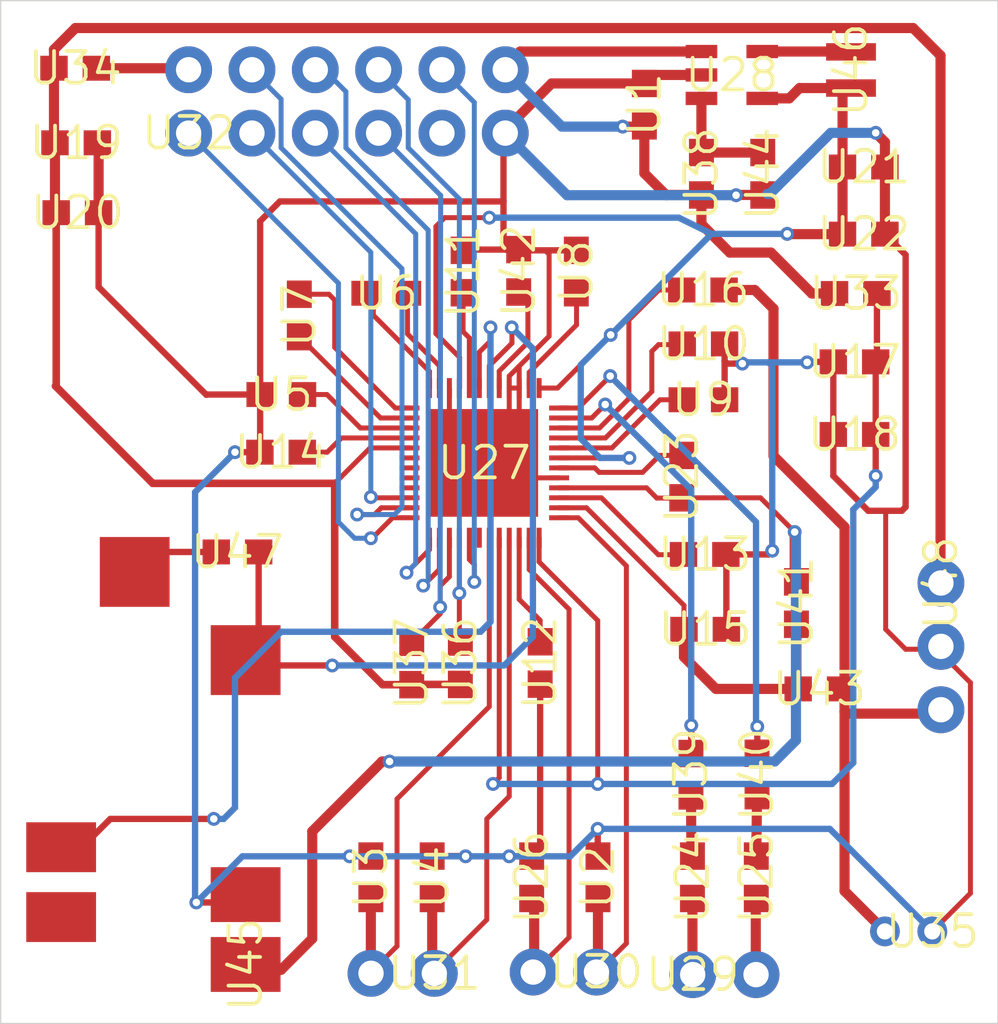
<source format=kicad_pcb>
(kicad_pcb (version 20171130) (host pcbnew "(6.0.0-rc1-dev-1469-g932b9a334)")

  (general
    (thickness 1.6)
    (drawings 4)
    (tracks 467)
    (zones 0)
    (modules 48)
    (nets 55)
  )

  (page A4)
  (layers
    (0 Top signal)
    (31 Bottom signal)
    (32 B.Adhes user)
    (33 F.Adhes user)
    (34 B.Paste user)
    (35 F.Paste user)
    (36 B.SilkS user)
    (37 F.SilkS user)
    (38 B.Mask user)
    (39 F.Mask user)
    (40 Dwgs.User user)
    (41 Cmts.User user)
    (42 Eco1.User user)
    (43 Eco2.User user)
    (44 Edge.Cuts user)
    (45 Margin user)
    (46 B.CrtYd user)
    (47 F.CrtYd user)
    (48 B.Fab user)
    (49 F.Fab user)
  )

  (setup
    (last_trace_width 0.2)
    (trace_clearance 0.127)
    (zone_clearance 0.508)
    (zone_45_only no)
    (trace_min 0.2)
    (via_size 0.554)
    (via_drill 0.3)
    (via_min_size 0.4)
    (via_min_drill 0.3)
    (uvia_size 0.3)
    (uvia_drill 0.1)
    (uvias_allowed yes)
    (uvia_min_size 0.2)
    (uvia_min_drill 0.1)
    (edge_width 0.05)
    (segment_width 0.2)
    (pcb_text_width 0.3)
    (pcb_text_size 1.5 1.5)
    (mod_edge_width 0.12)
    (mod_text_size 1 1)
    (mod_text_width 0.15)
    (pad_size 1.524 1.524)
    (pad_drill 0.762)
    (pad_to_mask_clearance 0.051)
    (solder_mask_min_width 0.25)
    (aux_axis_origin 0 0)
    (visible_elements 7FFFFFFF)
    (pcbplotparams
      (layerselection 0x010fc_ffffffff)
      (usegerberextensions false)
      (usegerberattributes false)
      (usegerberadvancedattributes false)
      (creategerberjobfile false)
      (excludeedgelayer true)
      (linewidth 0.100000)
      (plotframeref false)
      (viasonmask false)
      (mode 1)
      (useauxorigin false)
      (hpglpennumber 1)
      (hpglpenspeed 20)
      (hpglpendiameter 15.000000)
      (psnegative false)
      (psa4output false)
      (plotreference true)
      (plotvalue true)
      (plotinvisibletext false)
      (padsonsilk false)
      (subtractmaskfromsilk false)
      (outputformat 1)
      (mirror false)
      (drillshape 1)
      (scaleselection 1)
      (outputdirectory ""))
  )

  (net 0 "")
  (net 1 GND)
  (net 2 3.3V)
  (net 3 5V)
  (net 4 /SPKVDD)
  (net 5 /SPOLN)
  (net 6 "Net-(C20-Pad2)")
  (net 7 /SPORP)
  (net 8 /SPORN)
  (net 9 "Net-(IC1-Pad42)")
  (net 10 /XAUDIO_IRQ)
  (net 11 /XAUDIO_SDA)
  (net 12 /XADUIO_SCL)
  (net 13 /XAUDIO_I2S0_MCLK)
  (net 14 /XADUIO_I2S0_BCLK)
  (net 15 /XADUIO_I2S0_LRCKL)
  (net 16 /XAUDIO_I2S0_DIN)
  (net 17 /XAUDIO_I2S0_DOUT)
  (net 18 "Net-(IC1-Pad33)")
  (net 19 "Net-(IC1-Pad32)")
  (net 20 "Net-(IC1-Pad31)")
  (net 21 "Net-(IC1-Pad30)")
  (net 22 /3.3VDD)
  (net 23 "Net-(C22-Pad2)")
  (net 24 "Net-(C14-Pad1)")
  (net 25 "Net-(C16-Pad2)")
  (net 26 "Net-(C16-Pad1)")
  (net 27 "Net-(C15-Pad1)")
  (net 28 "Net-(C15-Pad2)")
  (net 29 /1.8VDD)
  (net 30 "Net-(C2-Pad1)")
  (net 31 /HPOR)
  (net 32 /HPOL)
  (net 33 /CPVREF)
  (net 34 "Net-(C17-Pad2)")
  (net 35 /LOUTR)
  (net 36 /LOUTL)
  (net 37 "Net-(C24-Pad2)")
  (net 38 "Net-(C19-Pad2)")
  (net 39 "Net-(C18-Pad2)")
  (net 40 "Net-(C6-Pad2)")
  (net 41 /IN1P)
  (net 42 "Net-(C21-Pad2)")
  (net 43 /MICBIAS1)
  (net 44 /SPOLP)
  (net 45 /IN2P)
  (net 46 "Net-(U1-Pad6)")
  (net 47 "Net-(R10-Pad2)")
  (net 48 "Net-(C8-Pad2)")
  (net 49 "Net-(C7-Pad2)")
  (net 50 "Net-(J4-Pad9)")
  (net 51 "Net-(C7-Pad1)")
  (net 52 "Net-(C8-Pad1)")
  (net 53 "Net-(IC2-Pad5)")
  (net 54 "Net-(IC2-Pad3)")

  (net_class Default "This is the default net class."
    (clearance 0.127)
    (trace_width 0.2)
    (via_dia 0.554)
    (via_drill 0.3)
    (uvia_dia 0.3)
    (uvia_drill 0.1)
    (add_net /1.8VDD)
    (add_net /CPVREF)
    (add_net /HPOL)
    (add_net /HPOR)
    (add_net /IN1P)
    (add_net /IN2P)
    (add_net /LOUTL)
    (add_net /LOUTR)
    (add_net /MICBIAS1)
    (add_net /SPKVDD)
    (add_net /SPOLN)
    (add_net /SPOLP)
    (add_net /SPORN)
    (add_net /SPORP)
    (add_net /XADUIO_I2S0_BCLK)
    (add_net /XADUIO_I2S0_LRCKL)
    (add_net /XADUIO_SCL)
    (add_net /XAUDIO_I2S0_DIN)
    (add_net /XAUDIO_I2S0_DOUT)
    (add_net /XAUDIO_I2S0_MCLK)
    (add_net /XAUDIO_IRQ)
    (add_net /XAUDIO_SDA)
    (add_net GND)
    (add_net "Net-(C14-Pad1)")
    (add_net "Net-(C15-Pad1)")
    (add_net "Net-(C15-Pad2)")
    (add_net "Net-(C16-Pad1)")
    (add_net "Net-(C16-Pad2)")
    (add_net "Net-(C17-Pad2)")
    (add_net "Net-(C18-Pad2)")
    (add_net "Net-(C19-Pad2)")
    (add_net "Net-(C2-Pad1)")
    (add_net "Net-(C20-Pad2)")
    (add_net "Net-(C21-Pad2)")
    (add_net "Net-(C22-Pad2)")
    (add_net "Net-(C24-Pad2)")
    (add_net "Net-(C6-Pad2)")
    (add_net "Net-(C7-Pad1)")
    (add_net "Net-(C7-Pad2)")
    (add_net "Net-(C8-Pad1)")
    (add_net "Net-(C8-Pad2)")
    (add_net "Net-(IC1-Pad30)")
    (add_net "Net-(IC1-Pad31)")
    (add_net "Net-(IC1-Pad32)")
    (add_net "Net-(IC1-Pad33)")
    (add_net "Net-(IC1-Pad42)")
    (add_net "Net-(IC2-Pad3)")
    (add_net "Net-(IC2-Pad5)")
    (add_net "Net-(J4-Pad9)")
    (add_net "Net-(R10-Pad2)")
    (add_net "Net-(U1-Pad6)")
  )

  (net_class Power ""
    (clearance 0.127)
    (trace_width 0.4064)
    (via_dia 0.554)
    (via_drill 0.3)
    (uvia_dia 0.3)
    (uvia_drill 0.1)
    (add_net /3.3VDD)
    (add_net 3.3V)
    (add_net 5V)
  )

  (module audioCodec:1X03 locked (layer Top) (tedit 5DCE0BB7) (tstamp 5DC8CA2A)
    (at 166.2176 110.3884 270)
    (descr "<h3>Plated Through Hole - 3 Pin</h3>\n<p>Specifications:\n<ul><li>Pin count:3</li>\n<li>Pin pitch:0.1\"</li>\n</ul></p>\n<p>Example device(s):\n<ul><li>CONN_03</li>\n</ul></p>")
    (path /DE6A6B17)
    (fp_text reference U48 (at -2.54 0 270) (layer F.SilkS)
      (effects (font (size 1.27 1.27) (thickness 0.15)))
    )
    (fp_text value "" (at -2.54 0 270) (layer F.SilkS)
      (effects (font (size 1.27 1.27) (thickness 0.15)))
    )
    (fp_poly (pts (xy -3.94 -1.4) (xy 3.96 -1.4) (xy 3.96 1.4) (xy -3.94 1.4)) (layer F.CrtYd) (width 0.1))
    (fp_poly (pts (xy -3.94 -1.4) (xy 3.96 -1.4) (xy 3.96 1.4) (xy -3.94 1.4)) (layer B.CrtYd) (width 0.1))
    (pad 3 thru_hole circle (at 2.54 0) (size 1.8796 1.8796) (drill 1.016) (layers *.Cu *.Mask)
      (net 45 /IN2P) (solder_mask_margin 0.0635))
    (pad 2 thru_hole circle (at 0 0) (size 1.8796 1.8796) (drill 1.016) (layers *.Cu *.Mask)
      (net 1 GND) (solder_mask_margin 0.0635))
    (pad 1 thru_hole circle (at -2.54 0) (size 1.8796 1.8796) (drill 1.016) (layers *.Cu *.Mask)
      (net 22 /3.3VDD) (solder_mask_margin 0.0635))
  )

  (module audioCodec:SJ-43514-SMT-TR locked (layer Top) (tedit 5DCE1AC1) (tstamp 5DC8C9F1)
    (at 134.5184 115.5192 90)
    (descr "<b>SJ-43514-SMT-TR</b><br>\n")
    (path /94FABF20)
    (fp_text reference U45 (at -7.62 3.81 90) (layer F.SilkS)
      (effects (font (size 1.27 1.27) (thickness 0.15)))
    )
    (fp_text value "" (at -7.62 3.81 90) (layer F.SilkS)
      (effects (font (size 1.27 1.27) (thickness 0.15)))
    )
    (fp_poly (pts (xy -9.82 -4.19) (xy 7.38 -4.19) (xy 7.38 3.91) (xy -9.82 3.91)) (layer F.CrtYd) (width 0.1))
    (pad "" np_thru_hole circle (at -3.72 0.11 90) (size 1.7 1.7) (drill 1.7) (layers *.Cu *.Mask))
    (pad "" np_thru_hole circle (at 3.28 0.11 90) (size 1.7 1.7) (drill 1.7) (layers *.Cu *.Mask))
    (pad 6 smd rect (at -5.72 -3.59 180) (size 2.8 2) (layers Top F.Paste F.Mask)
      (net 46 "Net-(U1-Pad6)") (solder_mask_margin 0.0635))
    (pad 5 smd rect (at 8.115 -0.64 90) (size 2.8 2.8) (layers Top F.Paste F.Mask)
      (net 47 "Net-(R10-Pad2)") (solder_mask_margin 0.0635))
    (pad 4 smd rect (at -4.82 3.81 180) (size 2.8 2.2) (layers Top F.Paste F.Mask)
      (net 1 GND) (solder_mask_margin 0.0635))
    (pad 3 smd rect (at -2.92 -3.59 180) (size 2.8 2) (layers Top F.Paste F.Mask)
      (net 31 /HPOR) (solder_mask_margin 0.0635))
    (pad 2 smd rect (at 4.58 3.81 90) (size 2.8 2.8) (layers Top F.Paste F.Mask)
      (net 32 /HPOL) (solder_mask_margin 0.0635))
    (pad 1 smd rect (at -7.62 3.81 180) (size 2.8 2.2) (layers Top F.Paste F.Mask)
      (net 41 /IN1P) (solder_mask_margin 0.0635))
  )

  (module audioCodec:1X02 locked (layer Top) (tedit 5DCE1F6D) (tstamp 5DC8C8DF)
    (at 144.6276 123.4948 180)
    (descr "<h3>Plated Through Hole</h3>\n<p>Specifications:\n<ul><li>Pin count:2</li>\n<li>Pin pitch:0.1\"</li>\n</ul></p>\n<p>Example device(s):\n<ul><li>CONN_02</li>\n</ul></p>")
    (path /B665FDA9)
    (fp_text reference U31 (at -1.27 0 180) (layer F.SilkS)
      (effects (font (size 1.27 1.27) (thickness 0.15)))
    )
    (fp_text value "" (at -1.27 0 180) (layer F.SilkS)
      (effects (font (size 1.27 1.27) (thickness 0.15)))
    )
    (fp_poly (pts (xy -2.77 -1.2) (xy 2.63 -1.2) (xy 2.63 1.3) (xy -2.77 1.3)) (layer B.CrtYd) (width 0.1))
    (fp_poly (pts (xy -2.77 -1.2) (xy 2.63 -1.2) (xy 2.63 1.3) (xy -2.77 1.3)) (layer F.CrtYd) (width 0.1))
    (pad 2 thru_hole circle (at 1.27 0 270) (size 1.8796 1.8796) (drill 1.016) (layers *.Cu *.Mask)
      (net 8 /SPORN) (solder_mask_margin 0.0635))
    (pad 1 thru_hole circle (at -1.27 0 270) (size 1.8796 1.8796) (drill 1.016) (layers *.Cu *.Mask)
      (net 7 /SPORP) (solder_mask_margin 0.0635))
  )

  (module audioCodec:1X02 locked (layer Top) (tedit 5DCE1F6D) (tstamp 5DC8C8CA)
    (at 151.13 123.444 180)
    (descr "<h3>Plated Through Hole</h3>\n<p>Specifications:\n<ul><li>Pin count:2</li>\n<li>Pin pitch:0.1\"</li>\n</ul></p>\n<p>Example device(s):\n<ul><li>CONN_02</li>\n</ul></p>")
    (path /C3E76336)
    (fp_text reference U30 (at -1.27 0 180) (layer F.SilkS)
      (effects (font (size 1.27 1.27) (thickness 0.15)))
    )
    (fp_text value "" (at -1.27 0 180) (layer F.SilkS)
      (effects (font (size 1.27 1.27) (thickness 0.15)))
    )
    (fp_poly (pts (xy -2.77 -1.2) (xy 2.63 -1.2) (xy 2.63 1.3) (xy -2.77 1.3)) (layer B.CrtYd) (width 0.1))
    (fp_poly (pts (xy -2.77 -1.2) (xy 2.63 -1.2) (xy 2.63 1.3) (xy -2.77 1.3)) (layer F.CrtYd) (width 0.1))
    (pad 2 thru_hole circle (at 1.27 0 270) (size 1.8796 1.8796) (drill 1.016) (layers *.Cu *.Mask)
      (net 5 /SPOLN) (solder_mask_margin 0.0635))
    (pad 1 thru_hole circle (at -1.27 0 270) (size 1.8796 1.8796) (drill 1.016) (layers *.Cu *.Mask)
      (net 44 /SPOLP) (solder_mask_margin 0.0635))
  )

  (module audioCodec:1X02 locked (layer Top) (tedit 5DCE1F6D) (tstamp 5DC8C8B5)
    (at 157.5308 123.5456)
    (descr "<h3>Plated Through Hole</h3>\n<p>Specifications:\n<ul><li>Pin count:2</li>\n<li>Pin pitch:0.1\"</li>\n</ul></p>\n<p>Example device(s):\n<ul><li>CONN_02</li>\n</ul></p>")
    (path /449C7C68)
    (fp_text reference U29 (at -1.27 0) (layer F.SilkS)
      (effects (font (size 1.27 1.27) (thickness 0.15)))
    )
    (fp_text value "" (at -1.27 0) (layer F.SilkS)
      (effects (font (size 1.27 1.27) (thickness 0.15)))
    )
    (fp_poly (pts (xy -2.77 -1.2) (xy 2.63 -1.2) (xy 2.63 1.3) (xy -2.77 1.3)) (layer B.CrtYd) (width 0.1))
    (fp_poly (pts (xy -2.77 -1.2) (xy 2.63 -1.2) (xy 2.63 1.3) (xy -2.77 1.3)) (layer F.CrtYd) (width 0.1))
    (pad 2 thru_hole circle (at 1.27 0 90) (size 1.8796 1.8796) (drill 1.016) (layers *.Cu *.Mask)
      (net 48 "Net-(C8-Pad2)") (solder_mask_margin 0.0635))
    (pad 1 thru_hole circle (at -1.27 0 90) (size 1.8796 1.8796) (drill 1.016) (layers *.Cu *.Mask)
      (net 49 "Net-(C7-Pad2)") (solder_mask_margin 0.0635))
  )

  (module audioCodec:2X6 locked (layer Top) (tedit 5DCE0C42) (tstamp 5DC8C8F4)
    (at 142.3924 88.5444)
    (descr "<h3>Plated Through Hole - 2x6</h3>\n<p>Specifications:\n<ul><li>Pin count:12</li>\n<li>Pin pitch:0.1\"</li>\n</ul></p>\n<p>Example device(s):\n<ul><li>CONN_06x2</li>\n</ul></p>")
    (path /CFA44F03)
    (fp_text reference U32 (at -6.35 1.27) (layer F.SilkS)
      (effects (font (size 1.27 1.27) (thickness 0.15)))
    )
    (fp_text value "" (at -6.35 1.27) (layer F.SilkS)
      (effects (font (size 1.27 1.27) (thickness 0.15)))
    )
    (fp_poly (pts (xy -7.85 -2.73) (xy 7.75 -2.73) (xy 7.75 2.67) (xy -7.85 2.67)) (layer B.CrtYd) (width 0.1))
    (fp_poly (pts (xy -7.85 -2.73) (xy 7.75 -2.73) (xy 7.75 2.67) (xy -7.85 2.67)) (layer F.CrtYd) (width 0.1))
    (pad 12 thru_hole circle (at 6.35 -1.27) (size 1.8796 1.8796) (drill 1.016) (layers *.Cu *.Mask)
      (net 3 5V) (solder_mask_margin 0.0635))
    (pad 11 thru_hole circle (at 6.35 1.27) (size 1.8796 1.8796) (drill 1.016) (layers *.Cu *.Mask)
      (net 1 GND) (solder_mask_margin 0.0635))
    (pad 10 thru_hole circle (at 3.81 -1.27) (size 1.8796 1.8796) (drill 1.016) (layers *.Cu *.Mask)
      (net 10 /XAUDIO_IRQ) (solder_mask_margin 0.0635))
    (pad 9 thru_hole circle (at 3.81 1.27) (size 1.8796 1.8796) (drill 1.016) (layers *.Cu *.Mask)
      (net 50 "Net-(J4-Pad9)") (solder_mask_margin 0.0635))
    (pad 8 thru_hole circle (at 1.27 -1.27) (size 1.8796 1.8796) (drill 1.016) (layers *.Cu *.Mask)
      (net 11 /XAUDIO_SDA) (solder_mask_margin 0.0635))
    (pad 7 thru_hole circle (at 1.27 1.27) (size 1.8796 1.8796) (drill 1.016) (layers *.Cu *.Mask)
      (net 12 /XADUIO_SCL) (solder_mask_margin 0.0635))
    (pad 6 thru_hole circle (at -1.27 -1.27) (size 1.8796 1.8796) (drill 1.016) (layers *.Cu *.Mask)
      (net 13 /XAUDIO_I2S0_MCLK) (solder_mask_margin 0.0635))
    (pad 5 thru_hole circle (at -1.27 1.27) (size 1.8796 1.8796) (drill 1.016) (layers *.Cu *.Mask)
      (net 14 /XADUIO_I2S0_BCLK) (solder_mask_margin 0.0635))
    (pad 4 thru_hole circle (at -3.81 -1.27) (size 1.8796 1.8796) (drill 1.016) (layers *.Cu *.Mask)
      (net 16 /XAUDIO_I2S0_DIN) (solder_mask_margin 0.0635))
    (pad 3 thru_hole circle (at -3.81 1.27) (size 1.8796 1.8796) (drill 1.016) (layers *.Cu *.Mask)
      (net 17 /XAUDIO_I2S0_DOUT) (solder_mask_margin 0.0635))
    (pad 2 thru_hole circle (at -6.35 -1.27) (size 1.8796 1.8796) (drill 1.016) (layers *.Cu *.Mask)
      (net 2 3.3V) (solder_mask_margin 0.0635))
    (pad 1 thru_hole circle (at -6.35 1.27) (size 1.8796 1.8796) (drill 1.016) (layers *.Cu *.Mask)
      (net 15 /XADUIO_I2S0_LRCKL) (solder_mask_margin 0.0635))
  )

  (module audioCodec:0603 (layer Top) (tedit 5DCE0E90) (tstamp 5DC8C6E8)
    (at 154.3211 88.6736 270)
    (descr "<p><b>Generic 1608 (0603) package</b></p>\n<p>0.2mm courtyard excess rounded to nearest 0.05mm.</p>")
    (path /5D5D4D2F)
    (fp_text reference U1 (at 0 0 270) (layer F.SilkS)
      (effects (font (size 1.27 1.27) (thickness 0.15)))
    )
    (fp_text value "" (at 0 0 270) (layer F.SilkS)
      (effects (font (size 1.27 1.27) (thickness 0.15)))
    )
    (fp_poly (pts (xy -1.6 -0.7) (xy 1.6 -0.7) (xy 1.6 0.7) (xy -1.6 0.7)) (layer F.CrtYd) (width 0.1))
    (pad 2 smd rect (at 0.85 0 270) (size 1.1 1) (layers Top F.Paste F.Mask)
      (net 3 5V) (solder_mask_margin 0.0635))
    (pad 1 smd rect (at -0.85 0 270) (size 1.1 1) (layers Top F.Paste F.Mask)
      (net 1 GND) (solder_mask_margin 0.0635))
  )

  (module audioCodec:0603 (layer Top) (tedit 5DCE0E90) (tstamp 5DC8C6F6)
    (at 152.4611 119.6436 90)
    (descr "<p><b>Generic 1608 (0603) package</b></p>\n<p>0.2mm courtyard excess rounded to nearest 0.05mm.</p>")
    (path /D15AE8CB)
    (fp_text reference U2 (at 0 0 90) (layer F.SilkS)
      (effects (font (size 1.27 1.27) (thickness 0.15)))
    )
    (fp_text value "" (at 0 0 90) (layer F.SilkS)
      (effects (font (size 1.27 1.27) (thickness 0.15)))
    )
    (fp_poly (pts (xy -1.6 -0.7) (xy 1.6 -0.7) (xy 1.6 0.7) (xy -1.6 0.7)) (layer F.CrtYd) (width 0.1))
    (pad 2 smd rect (at 0.85 0 90) (size 1.1 1) (layers Top F.Paste F.Mask)
      (net 1 GND) (solder_mask_margin 0.0635))
    (pad 1 smd rect (at -0.85 0 90) (size 1.1 1) (layers Top F.Paste F.Mask)
      (net 44 /SPOLP) (solder_mask_margin 0.0635))
  )

  (module audioCodec:0603 (layer Top) (tedit 5DCE0E90) (tstamp 5DC8C704)
    (at 143.3511 119.6436 90)
    (descr "<p><b>Generic 1608 (0603) package</b></p>\n<p>0.2mm courtyard excess rounded to nearest 0.05mm.</p>")
    (path /EB363DE9)
    (fp_text reference U3 (at 0 0 90) (layer F.SilkS)
      (effects (font (size 1.27 1.27) (thickness 0.15)))
    )
    (fp_text value "" (at 0 0 90) (layer F.SilkS)
      (effects (font (size 1.27 1.27) (thickness 0.15)))
    )
    (fp_poly (pts (xy -1.6 -0.7) (xy 1.6 -0.7) (xy 1.6 0.7) (xy -1.6 0.7)) (layer F.CrtYd) (width 0.1))
    (pad 2 smd rect (at 0.85 0 90) (size 1.1 1) (layers Top F.Paste F.Mask)
      (net 1 GND) (solder_mask_margin 0.0635))
    (pad 1 smd rect (at -0.85 0 90) (size 1.1 1) (layers Top F.Paste F.Mask)
      (net 8 /SPORN) (solder_mask_margin 0.0635))
  )

  (module audioCodec:0603 (layer Top) (tedit 5DCE0E90) (tstamp 5DC8C712)
    (at 145.8111 119.6436 90)
    (descr "<p><b>Generic 1608 (0603) package</b></p>\n<p>0.2mm courtyard excess rounded to nearest 0.05mm.</p>")
    (path /FEEF966F)
    (fp_text reference U4 (at 0 0 90) (layer F.SilkS)
      (effects (font (size 1.27 1.27) (thickness 0.15)))
    )
    (fp_text value "" (at 0 0 90) (layer F.SilkS)
      (effects (font (size 1.27 1.27) (thickness 0.15)))
    )
    (fp_poly (pts (xy -1.6 -0.7) (xy 1.6 -0.7) (xy 1.6 0.7) (xy -1.6 0.7)) (layer F.CrtYd) (width 0.1))
    (pad 2 smd rect (at 0.85 0 90) (size 1.1 1) (layers Top F.Paste F.Mask)
      (net 1 GND) (solder_mask_margin 0.0635))
    (pad 1 smd rect (at -0.85 0 90) (size 1.1 1) (layers Top F.Paste F.Mask)
      (net 7 /SPORP) (solder_mask_margin 0.0635))
  )

  (module audioCodec:0603 (layer Top) (tedit 5DCE0E90) (tstamp 5DC8C720)
    (at 139.7611 100.2936 180)
    (descr "<p><b>Generic 1608 (0603) package</b></p>\n<p>0.2mm courtyard excess rounded to nearest 0.05mm.</p>")
    (path /DDD5A22D)
    (fp_text reference U5 (at 0 0 180) (layer F.SilkS)
      (effects (font (size 1.27 1.27) (thickness 0.15)))
    )
    (fp_text value "" (at 0 0 180) (layer F.SilkS)
      (effects (font (size 1.27 1.27) (thickness 0.15)))
    )
    (fp_poly (pts (xy -1.6 -0.7) (xy 1.6 -0.7) (xy 1.6 0.7) (xy -1.6 0.7)) (layer F.CrtYd) (width 0.1))
    (pad 2 smd rect (at 0.85 0 180) (size 1.1 1) (layers Top F.Paste F.Mask)
      (net 1 GND) (solder_mask_margin 0.0635))
    (pad 1 smd rect (at -0.85 0 180) (size 1.1 1) (layers Top F.Paste F.Mask)
      (net 24 "Net-(C14-Pad1)") (solder_mask_margin 0.0635))
  )

  (module audioCodec:0603 (layer Top) (tedit 5DCE0E90) (tstamp 5DC8C72E)
    (at 143.9711 96.2336)
    (descr "<p><b>Generic 1608 (0603) package</b></p>\n<p>0.2mm courtyard excess rounded to nearest 0.05mm.</p>")
    (path /0E2BA473)
    (fp_text reference U6 (at 0 0) (layer F.SilkS)
      (effects (font (size 1.27 1.27) (thickness 0.15)))
    )
    (fp_text value "" (at 0 0) (layer F.SilkS)
      (effects (font (size 1.27 1.27) (thickness 0.15)))
    )
    (fp_poly (pts (xy -1.6 -0.7) (xy 1.6 -0.7) (xy 1.6 0.7) (xy -1.6 0.7)) (layer F.CrtYd) (width 0.1))
    (pad 2 smd rect (at 0.85 0) (size 1.1 1) (layers Top F.Paste F.Mask)
      (net 28 "Net-(C15-Pad2)") (solder_mask_margin 0.0635))
    (pad 1 smd rect (at -0.85 0) (size 1.1 1) (layers Top F.Paste F.Mask)
      (net 27 "Net-(C15-Pad1)") (solder_mask_margin 0.0635))
  )

  (module audioCodec:0603 (layer Top) (tedit 5DCE0E90) (tstamp 5DC8C73C)
    (at 140.4811 97.1236 270)
    (descr "<p><b>Generic 1608 (0603) package</b></p>\n<p>0.2mm courtyard excess rounded to nearest 0.05mm.</p>")
    (path /95990F93)
    (fp_text reference U7 (at 0 0 270) (layer F.SilkS)
      (effects (font (size 1.27 1.27) (thickness 0.15)))
    )
    (fp_text value "" (at 0 0 270) (layer F.SilkS)
      (effects (font (size 1.27 1.27) (thickness 0.15)))
    )
    (fp_poly (pts (xy -1.6 -0.7) (xy 1.6 -0.7) (xy 1.6 0.7) (xy -1.6 0.7)) (layer F.CrtYd) (width 0.1))
    (pad 2 smd rect (at 0.85 0 270) (size 1.1 1) (layers Top F.Paste F.Mask)
      (net 25 "Net-(C16-Pad2)") (solder_mask_margin 0.0635))
    (pad 1 smd rect (at -0.85 0 270) (size 1.1 1) (layers Top F.Paste F.Mask)
      (net 26 "Net-(C16-Pad1)") (solder_mask_margin 0.0635))
  )

  (module audioCodec:0603 (layer Top) (tedit 5DCE0E90) (tstamp 5DC8C74A)
    (at 151.5911 95.3636 270)
    (descr "<p><b>Generic 1608 (0603) package</b></p>\n<p>0.2mm courtyard excess rounded to nearest 0.05mm.</p>")
    (path /B7EEE3FC)
    (fp_text reference U8 (at 0 0 270) (layer F.SilkS)
      (effects (font (size 1.27 1.27) (thickness 0.15)))
    )
    (fp_text value "" (at 0 0 270) (layer F.SilkS)
      (effects (font (size 1.27 1.27) (thickness 0.15)))
    )
    (fp_poly (pts (xy -1.6 -0.7) (xy 1.6 -0.7) (xy 1.6 0.7) (xy -1.6 0.7)) (layer F.CrtYd) (width 0.1))
    (pad 2 smd rect (at 0.85 0 270) (size 1.1 1) (layers Top F.Paste F.Mask)
      (net 34 "Net-(C17-Pad2)") (solder_mask_margin 0.0635))
    (pad 1 smd rect (at -0.85 0 270) (size 1.1 1) (layers Top F.Paste F.Mask)
      (net 1 GND) (solder_mask_margin 0.0635))
  )

  (module audioCodec:0603 (layer Top) (tedit 5DCE0E90) (tstamp 5DC8C758)
    (at 156.6911 100.5036 180)
    (descr "<p><b>Generic 1608 (0603) package</b></p>\n<p>0.2mm courtyard excess rounded to nearest 0.05mm.</p>")
    (path /6C5089DC)
    (fp_text reference U9 (at 0 0 180) (layer F.SilkS)
      (effects (font (size 1.27 1.27) (thickness 0.15)))
    )
    (fp_text value "" (at 0 0 180) (layer F.SilkS)
      (effects (font (size 1.27 1.27) (thickness 0.15)))
    )
    (fp_poly (pts (xy -1.6 -0.7) (xy 1.6 -0.7) (xy 1.6 0.7) (xy -1.6 0.7)) (layer F.CrtYd) (width 0.1))
    (pad 2 smd rect (at 0.85 0 180) (size 1.1 1) (layers Top F.Paste F.Mask)
      (net 39 "Net-(C18-Pad2)") (solder_mask_margin 0.0635))
    (pad 1 smd rect (at -0.85 0 180) (size 1.1 1) (layers Top F.Paste F.Mask)
      (net 1 GND) (solder_mask_margin 0.0635))
  )

  (module audioCodec:0603 (layer Top) (tedit 5DCE0E90) (tstamp 5DC8C766)
    (at 156.6911 98.2636 180)
    (descr "<p><b>Generic 1608 (0603) package</b></p>\n<p>0.2mm courtyard excess rounded to nearest 0.05mm.</p>")
    (path /C70CFC49)
    (fp_text reference U10 (at 0 0 180) (layer F.SilkS)
      (effects (font (size 1.27 1.27) (thickness 0.15)))
    )
    (fp_text value "" (at 0 0 180) (layer F.SilkS)
      (effects (font (size 1.27 1.27) (thickness 0.15)))
    )
    (fp_poly (pts (xy -1.6 -0.7) (xy 1.6 -0.7) (xy 1.6 0.7) (xy -1.6 0.7)) (layer F.CrtYd) (width 0.1))
    (pad 2 smd rect (at 0.85 0 180) (size 1.1 1) (layers Top F.Paste F.Mask)
      (net 38 "Net-(C19-Pad2)") (solder_mask_margin 0.0635))
    (pad 1 smd rect (at -0.85 0 180) (size 1.1 1) (layers Top F.Paste F.Mask)
      (net 1 GND) (solder_mask_margin 0.0635))
  )

  (module audioCodec:0603 (layer Top) (tedit 5DCE0E90) (tstamp 5DC8C774)
    (at 147.0511 95.3636 90)
    (descr "<p><b>Generic 1608 (0603) package</b></p>\n<p>0.2mm courtyard excess rounded to nearest 0.05mm.</p>")
    (path /00AD4B43)
    (fp_text reference U11 (at 0 0 90) (layer F.SilkS)
      (effects (font (size 1.27 1.27) (thickness 0.15)))
    )
    (fp_text value "" (at 0 0 90) (layer F.SilkS)
      (effects (font (size 1.27 1.27) (thickness 0.15)))
    )
    (fp_poly (pts (xy -1.6 -0.7) (xy 1.6 -0.7) (xy 1.6 0.7) (xy -1.6 0.7)) (layer F.CrtYd) (width 0.1))
    (pad 2 smd rect (at 0.85 0 90) (size 1.1 1) (layers Top F.Paste F.Mask)
      (net 1 GND) (solder_mask_margin 0.0635))
    (pad 1 smd rect (at -0.85 0 90) (size 1.1 1) (layers Top F.Paste F.Mask)
      (net 30 "Net-(C2-Pad1)") (solder_mask_margin 0.0635))
  )

  (module audioCodec:0603 (layer Top) (tedit 5DCE0E90) (tstamp 5DC8C782)
    (at 150.1411 111.0536 90)
    (descr "<p><b>Generic 1608 (0603) package</b></p>\n<p>0.2mm courtyard excess rounded to nearest 0.05mm.</p>")
    (path /101F579F)
    (fp_text reference U12 (at 0 0 90) (layer F.SilkS)
      (effects (font (size 1.27 1.27) (thickness 0.15)))
    )
    (fp_text value "" (at 0 0 90) (layer F.SilkS)
      (effects (font (size 1.27 1.27) (thickness 0.15)))
    )
    (fp_poly (pts (xy -1.6 -0.7) (xy 1.6 -0.7) (xy 1.6 0.7) (xy -1.6 0.7)) (layer F.CrtYd) (width 0.1))
    (pad 2 smd rect (at 0.85 0 90) (size 1.1 1) (layers Top F.Paste F.Mask)
      (net 6 "Net-(C20-Pad2)") (solder_mask_margin 0.0635))
    (pad 1 smd rect (at -0.85 0 90) (size 1.1 1) (layers Top F.Paste F.Mask)
      (net 1 GND) (solder_mask_margin 0.0635))
  )

  (module audioCodec:0603 (layer Top) (tedit 5DCE0E90) (tstamp 5DC8C790)
    (at 156.7411 106.7036 180)
    (descr "<p><b>Generic 1608 (0603) package</b></p>\n<p>0.2mm courtyard excess rounded to nearest 0.05mm.</p>")
    (path /E0E06E0F)
    (fp_text reference U13 (at 0 0 180) (layer F.SilkS)
      (effects (font (size 1.27 1.27) (thickness 0.15)))
    )
    (fp_text value "" (at 0 0 180) (layer F.SilkS)
      (effects (font (size 1.27 1.27) (thickness 0.15)))
    )
    (fp_poly (pts (xy -1.6 -0.7) (xy 1.6 -0.7) (xy 1.6 0.7) (xy -1.6 0.7)) (layer F.CrtYd) (width 0.1))
    (pad 2 smd rect (at 0.85 0 180) (size 1.1 1) (layers Top F.Paste F.Mask)
      (net 42 "Net-(C21-Pad2)") (solder_mask_margin 0.0635))
    (pad 1 smd rect (at -0.85 0 180) (size 1.1 1) (layers Top F.Paste F.Mask)
      (net 1 GND) (solder_mask_margin 0.0635))
  )

  (module audioCodec:0603 (layer Top) (tedit 5DCE0E90) (tstamp 5DC8C79E)
    (at 139.7511 102.6036)
    (descr "<p><b>Generic 1608 (0603) package</b></p>\n<p>0.2mm courtyard excess rounded to nearest 0.05mm.</p>")
    (path /CDD814CC)
    (fp_text reference U14 (at 0 0) (layer F.SilkS)
      (effects (font (size 1.27 1.27) (thickness 0.15)))
    )
    (fp_text value "" (at 0 0) (layer F.SilkS)
      (effects (font (size 1.27 1.27) (thickness 0.15)))
    )
    (fp_poly (pts (xy -1.6 -0.7) (xy 1.6 -0.7) (xy 1.6 0.7) (xy -1.6 0.7)) (layer F.CrtYd) (width 0.1))
    (pad 2 smd rect (at 0.85 0) (size 1.1 1) (layers Top F.Paste F.Mask)
      (net 23 "Net-(C22-Pad2)") (solder_mask_margin 0.0635))
    (pad 1 smd rect (at -0.85 0) (size 1.1 1) (layers Top F.Paste F.Mask)
      (net 1 GND) (solder_mask_margin 0.0635))
  )

  (module audioCodec:0603 (layer Top) (tedit 5DCE0E90) (tstamp 5DC8C7AC)
    (at 156.7611 109.7036 180)
    (descr "<p><b>Generic 1608 (0603) package</b></p>\n<p>0.2mm courtyard excess rounded to nearest 0.05mm.</p>")
    (path /FE2E0BD7)
    (fp_text reference U15 (at 0 0 180) (layer F.SilkS)
      (effects (font (size 1.27 1.27) (thickness 0.15)))
    )
    (fp_text value "" (at 0 0 180) (layer F.SilkS)
      (effects (font (size 1.27 1.27) (thickness 0.15)))
    )
    (fp_poly (pts (xy -1.6 -0.7) (xy 1.6 -0.7) (xy 1.6 0.7) (xy -1.6 0.7)) (layer F.CrtYd) (width 0.1))
    (pad 2 smd rect (at 0.85 0 180) (size 1.1 1) (layers Top F.Paste F.Mask)
      (net 43 /MICBIAS1) (solder_mask_margin 0.0635))
    (pad 1 smd rect (at -0.85 0 180) (size 1.1 1) (layers Top F.Paste F.Mask)
      (net 1 GND) (solder_mask_margin 0.0635))
  )

  (module audioCodec:0603 (layer Top) (tedit 5DCE0E90) (tstamp 5DC8C7BA)
    (at 156.6711 96.1036 180)
    (descr "<p><b>Generic 1608 (0603) package</b></p>\n<p>0.2mm courtyard excess rounded to nearest 0.05mm.</p>")
    (path /B61CC9C1)
    (fp_text reference U16 (at 0 0 180) (layer F.SilkS)
      (effects (font (size 1.27 1.27) (thickness 0.15)))
    )
    (fp_text value "" (at 0 0 180) (layer F.SilkS)
      (effects (font (size 1.27 1.27) (thickness 0.15)))
    )
    (fp_poly (pts (xy -1.6 -0.7) (xy 1.6 -0.7) (xy 1.6 0.7) (xy -1.6 0.7)) (layer F.CrtYd) (width 0.1))
    (pad 2 smd rect (at 0.85 0 180) (size 1.1 1) (layers Top F.Paste F.Mask)
      (net 37 "Net-(C24-Pad2)") (solder_mask_margin 0.0635))
    (pad 1 smd rect (at -0.85 0 180) (size 1.1 1) (layers Top F.Paste F.Mask)
      (net 45 /IN2P) (solder_mask_margin 0.0635))
  )

  (module audioCodec:0603 (layer Top) (tedit 5DCE0E90) (tstamp 5DC8C7C8)
    (at 162.7511 98.9836 180)
    (descr "<p><b>Generic 1608 (0603) package</b></p>\n<p>0.2mm courtyard excess rounded to nearest 0.05mm.</p>")
    (path /B124C205)
    (fp_text reference U17 (at 0 0 180) (layer F.SilkS)
      (effects (font (size 1.27 1.27) (thickness 0.15)))
    )
    (fp_text value "" (at 0 0 180) (layer F.SilkS)
      (effects (font (size 1.27 1.27) (thickness 0.15)))
    )
    (fp_poly (pts (xy -1.6 -0.7) (xy 1.6 -0.7) (xy 1.6 0.7) (xy -1.6 0.7)) (layer F.CrtYd) (width 0.1))
    (pad 2 smd rect (at 0.85 0 180) (size 1.1 1) (layers Top F.Paste F.Mask)
      (net 1 GND) (solder_mask_margin 0.0635))
    (pad 1 smd rect (at -0.85 0 180) (size 1.1 1) (layers Top F.Paste F.Mask)
      (net 4 /SPKVDD) (solder_mask_margin 0.0635))
  )

  (module audioCodec:0603 (layer Top) (tedit 5DCE0E90) (tstamp 5DC8C7D6)
    (at 162.7511 101.8936 180)
    (descr "<p><b>Generic 1608 (0603) package</b></p>\n<p>0.2mm courtyard excess rounded to nearest 0.05mm.</p>")
    (path /AB5F11BD)
    (fp_text reference U18 (at 0 0 180) (layer F.SilkS)
      (effects (font (size 1.27 1.27) (thickness 0.15)))
    )
    (fp_text value "" (at 0 0 180) (layer F.SilkS)
      (effects (font (size 1.27 1.27) (thickness 0.15)))
    )
    (fp_poly (pts (xy -1.6 -0.7) (xy 1.6 -0.7) (xy 1.6 0.7) (xy -1.6 0.7)) (layer F.CrtYd) (width 0.1))
    (pad 2 smd rect (at 0.85 0 180) (size 1.1 1) (layers Top F.Paste F.Mask)
      (net 1 GND) (solder_mask_margin 0.0635))
    (pad 1 smd rect (at -0.85 0 180) (size 1.1 1) (layers Top F.Paste F.Mask)
      (net 4 /SPKVDD) (solder_mask_margin 0.0635))
  )

  (module audioCodec:0603 (layer Top) (tedit 5DCE0E90) (tstamp 5DC8C7E4)
    (at 131.5311 90.2036)
    (descr "<p><b>Generic 1608 (0603) package</b></p>\n<p>0.2mm courtyard excess rounded to nearest 0.05mm.</p>")
    (path /2729CC2A)
    (fp_text reference U19 (at 0 0) (layer F.SilkS)
      (effects (font (size 1.27 1.27) (thickness 0.15)))
    )
    (fp_text value "" (at 0 0) (layer F.SilkS)
      (effects (font (size 1.27 1.27) (thickness 0.15)))
    )
    (fp_poly (pts (xy -1.6 -0.7) (xy 1.6 -0.7) (xy 1.6 0.7) (xy -1.6 0.7)) (layer F.CrtYd) (width 0.1))
    (pad 2 smd rect (at 0.85 0) (size 1.1 1) (layers Top F.Paste F.Mask)
      (net 1 GND) (solder_mask_margin 0.0635))
    (pad 1 smd rect (at -0.85 0) (size 1.1 1) (layers Top F.Paste F.Mask)
      (net 22 /3.3VDD) (solder_mask_margin 0.0635))
  )

  (module audioCodec:0603 (layer Top) (tedit 5DCE0E90) (tstamp 5DC8C7F2)
    (at 131.5811 93.0036)
    (descr "<p><b>Generic 1608 (0603) package</b></p>\n<p>0.2mm courtyard excess rounded to nearest 0.05mm.</p>")
    (path /0E636C87)
    (fp_text reference U20 (at 0 0) (layer F.SilkS)
      (effects (font (size 1.27 1.27) (thickness 0.15)))
    )
    (fp_text value "" (at 0 0) (layer F.SilkS)
      (effects (font (size 1.27 1.27) (thickness 0.15)))
    )
    (fp_poly (pts (xy -1.6 -0.7) (xy 1.6 -0.7) (xy 1.6 0.7) (xy -1.6 0.7)) (layer F.CrtYd) (width 0.1))
    (pad 2 smd rect (at 0.85 0) (size 1.1 1) (layers Top F.Paste F.Mask)
      (net 1 GND) (solder_mask_margin 0.0635))
    (pad 1 smd rect (at -0.85 0) (size 1.1 1) (layers Top F.Paste F.Mask)
      (net 22 /3.3VDD) (solder_mask_margin 0.0635))
  )

  (module audioCodec:0603 (layer Top) (tedit 5DCE0E90) (tstamp 5DC8C800)
    (at 163.1211 91.1736)
    (descr "<p><b>Generic 1608 (0603) package</b></p>\n<p>0.2mm courtyard excess rounded to nearest 0.05mm.</p>")
    (path /C3EA450F)
    (fp_text reference U21 (at 0 0) (layer F.SilkS)
      (effects (font (size 1.27 1.27) (thickness 0.15)))
    )
    (fp_text value "" (at 0 0) (layer F.SilkS)
      (effects (font (size 1.27 1.27) (thickness 0.15)))
    )
    (fp_poly (pts (xy -1.6 -0.7) (xy 1.6 -0.7) (xy 1.6 0.7) (xy -1.6 0.7)) (layer F.CrtYd) (width 0.1))
    (pad 2 smd rect (at 0.85 0) (size 1.1 1) (layers Top F.Paste F.Mask)
      (net 1 GND) (solder_mask_margin 0.0635))
    (pad 1 smd rect (at -0.85 0) (size 1.1 1) (layers Top F.Paste F.Mask)
      (net 29 /1.8VDD) (solder_mask_margin 0.0635))
  )

  (module audioCodec:0603 (layer Top) (tedit 5DCE0E90) (tstamp 5DC8C80E)
    (at 163.1211 93.8636)
    (descr "<p><b>Generic 1608 (0603) package</b></p>\n<p>0.2mm courtyard excess rounded to nearest 0.05mm.</p>")
    (path /03F6E73E)
    (fp_text reference U22 (at 0 0) (layer F.SilkS)
      (effects (font (size 1.27 1.27) (thickness 0.15)))
    )
    (fp_text value "" (at 0 0) (layer F.SilkS)
      (effects (font (size 1.27 1.27) (thickness 0.15)))
    )
    (fp_poly (pts (xy -1.6 -0.7) (xy 1.6 -0.7) (xy 1.6 0.7) (xy -1.6 0.7)) (layer F.CrtYd) (width 0.1))
    (pad 2 smd rect (at 0.85 0) (size 1.1 1) (layers Top F.Paste F.Mask)
      (net 1 GND) (solder_mask_margin 0.0635))
    (pad 1 smd rect (at -0.85 0) (size 1.1 1) (layers Top F.Paste F.Mask)
      (net 29 /1.8VDD) (solder_mask_margin 0.0635))
  )

  (module audioCodec:0603 (layer Top) (tedit 5DCE0E90) (tstamp 5DC8C81C)
    (at 155.8211 103.5836 90)
    (descr "<p><b>Generic 1608 (0603) package</b></p>\n<p>0.2mm courtyard excess rounded to nearest 0.05mm.</p>")
    (path /E0EBCD02)
    (fp_text reference U23 (at 0 0 90) (layer F.SilkS)
      (effects (font (size 1.27 1.27) (thickness 0.15)))
    )
    (fp_text value "" (at 0 0 90) (layer F.SilkS)
      (effects (font (size 1.27 1.27) (thickness 0.15)))
    )
    (fp_poly (pts (xy -1.6 -0.7) (xy 1.6 -0.7) (xy 1.6 0.7) (xy -1.6 0.7)) (layer F.CrtYd) (width 0.1))
    (pad 2 smd rect (at 0.85 0 90) (size 1.1 1) (layers Top F.Paste F.Mask)
      (net 40 "Net-(C6-Pad2)") (solder_mask_margin 0.0635))
    (pad 1 smd rect (at -0.85 0 90) (size 1.1 1) (layers Top F.Paste F.Mask)
      (net 41 /IN1P) (solder_mask_margin 0.0635))
  )

  (module audioCodec:0603 (layer Top) (tedit 5DCE0E90) (tstamp 5DC8C82A)
    (at 156.2511 119.6436 270)
    (descr "<p><b>Generic 1608 (0603) package</b></p>\n<p>0.2mm courtyard excess rounded to nearest 0.05mm.</p>")
    (path /092D9240)
    (fp_text reference U24 (at 0 0 270) (layer F.SilkS)
      (effects (font (size 1.27 1.27) (thickness 0.15)))
    )
    (fp_text value "" (at 0 0 270) (layer F.SilkS)
      (effects (font (size 1.27 1.27) (thickness 0.15)))
    )
    (fp_poly (pts (xy -1.6 -0.7) (xy 1.6 -0.7) (xy 1.6 0.7) (xy -1.6 0.7)) (layer F.CrtYd) (width 0.1))
    (pad 2 smd rect (at 0.85 0 270) (size 1.1 1) (layers Top F.Paste F.Mask)
      (net 49 "Net-(C7-Pad2)") (solder_mask_margin 0.0635))
    (pad 1 smd rect (at -0.85 0 270) (size 1.1 1) (layers Top F.Paste F.Mask)
      (net 51 "Net-(C7-Pad1)") (solder_mask_margin 0.0635))
  )

  (module audioCodec:0603 (layer Top) (tedit 5DCE0E90) (tstamp 5DC8C838)
    (at 158.8111 119.6436 270)
    (descr "<p><b>Generic 1608 (0603) package</b></p>\n<p>0.2mm courtyard excess rounded to nearest 0.05mm.</p>")
    (path /6F97CAD7)
    (fp_text reference U25 (at 0 0 270) (layer F.SilkS)
      (effects (font (size 1.27 1.27) (thickness 0.15)))
    )
    (fp_text value "" (at 0 0 270) (layer F.SilkS)
      (effects (font (size 1.27 1.27) (thickness 0.15)))
    )
    (fp_poly (pts (xy -1.6 -0.7) (xy 1.6 -0.7) (xy 1.6 0.7) (xy -1.6 0.7)) (layer F.CrtYd) (width 0.1))
    (pad 2 smd rect (at 0.85 0 270) (size 1.1 1) (layers Top F.Paste F.Mask)
      (net 48 "Net-(C8-Pad2)") (solder_mask_margin 0.0635))
    (pad 1 smd rect (at -0.85 0 270) (size 1.1 1) (layers Top F.Paste F.Mask)
      (net 52 "Net-(C8-Pad1)") (solder_mask_margin 0.0635))
  )

  (module audioCodec:0603 (layer Top) (tedit 5DCE0E90) (tstamp 5DC8C846)
    (at 149.8011 119.6436 90)
    (descr "<p><b>Generic 1608 (0603) package</b></p>\n<p>0.2mm courtyard excess rounded to nearest 0.05mm.</p>")
    (path /4A58C60C)
    (fp_text reference U26 (at 0 0 90) (layer F.SilkS)
      (effects (font (size 1.27 1.27) (thickness 0.15)))
    )
    (fp_text value "" (at 0 0 90) (layer F.SilkS)
      (effects (font (size 1.27 1.27) (thickness 0.15)))
    )
    (fp_poly (pts (xy -1.6 -0.7) (xy 1.6 -0.7) (xy 1.6 0.7) (xy -1.6 0.7)) (layer F.CrtYd) (width 0.1))
    (pad 2 smd rect (at 0.85 0 90) (size 1.1 1) (layers Top F.Paste F.Mask)
      (net 1 GND) (solder_mask_margin 0.0635))
    (pad 1 smd rect (at -0.85 0 90) (size 1.1 1) (layers Top F.Paste F.Mask)
      (net 5 /SPOLN) (solder_mask_margin 0.0635))
  )

  (module audioCodec:QFN50P700X700X100-49N (layer Top) (tedit 5DCE1066) (tstamp 5DC8C854)
    (at 147.9011 103.0336 180)
    (descr "<b>RGZ (S-PVQFN-N48)_4</b><br>\n")
    (path /22F7723E)
    (fp_text reference U27 (at 0 0 180) (layer F.SilkS)
      (effects (font (size 1.27 1.27) (thickness 0.15)))
    )
    (fp_text value "" (at 0 0 180) (layer F.SilkS)
      (effects (font (size 1.27 1.27) (thickness 0.15)))
    )
    (fp_poly (pts (xy -3.6 -3.6) (xy 3.6 -3.6) (xy 3.6 3.6) (xy -3.6 3.6)) (layer F.CrtYd) (width 0.1))
    (pad 1 smd rect (at -3 -2.2 180) (size 0.8 0.2) (layers Top F.Paste F.Mask)
      (net 44 /SPOLP) (solder_mask_margin 0.0635))
    (pad 2 smd rect (at -3 -1.8 180) (size 0.8 0.2) (layers Top F.Paste F.Mask)
      (net 43 /MICBIAS1) (solder_mask_margin 0.0635))
    (pad 3 smd rect (at -3 -1.4 180) (size 0.8 0.2) (layers Top F.Paste F.Mask)
      (net 42 "Net-(C21-Pad2)") (solder_mask_margin 0.0635))
    (pad 4 smd rect (at -3 -1 180) (size 0.8 0.2) (layers Top F.Paste F.Mask)
      (net 41 /IN1P) (solder_mask_margin 0.0635))
    (pad 5 smd rect (at -3 -0.6 180) (size 0.8 0.2) (layers Top F.Paste F.Mask)
      (net 1 GND) (solder_mask_margin 0.0635))
    (pad 6 smd rect (at -3 -0.2 180) (size 0.8 0.2) (layers Top F.Paste F.Mask)
      (net 40 "Net-(C6-Pad2)") (solder_mask_margin 0.0635))
    (pad 7 smd rect (at -3 0.2 180) (size 0.8 0.2) (layers Top F.Paste F.Mask)
      (net 29 /1.8VDD) (solder_mask_margin 0.0635))
    (pad 8 smd rect (at -3 0.6 180) (size 0.8 0.2) (layers Top F.Paste F.Mask)
      (net 39 "Net-(C18-Pad2)") (solder_mask_margin 0.0635))
    (pad 9 smd rect (at -3 1 180) (size 0.8 0.2) (layers Top F.Paste F.Mask)
      (net 38 "Net-(C19-Pad2)") (solder_mask_margin 0.0635))
    (pad 10 smd rect (at -3 1.4 180) (size 0.8 0.2) (layers Top F.Paste F.Mask)
      (net 37 "Net-(C24-Pad2)") (solder_mask_margin 0.0635))
    (pad 11 smd rect (at -3 1.8 180) (size 0.8 0.2) (layers Top F.Paste F.Mask)
      (net 36 /LOUTL) (solder_mask_margin 0.0635))
    (pad 12 smd rect (at -3 2.2 180) (size 0.8 0.2) (layers Top F.Paste F.Mask)
      (net 35 /LOUTR) (solder_mask_margin 0.0635))
    (pad 13 smd rect (at -2.2 3 270) (size 0.8 0.2) (layers Top F.Paste F.Mask)
      (net 29 /1.8VDD) (solder_mask_margin 0.0635))
    (pad 14 smd rect (at -1.8 3 270) (size 0.8 0.2) (layers Top F.Paste F.Mask)
      (net 34 "Net-(C17-Pad2)") (solder_mask_margin 0.0635))
    (pad 15 smd rect (at -1.4 3 270) (size 0.8 0.2) (layers Top F.Paste F.Mask)
      (net 1 GND) (solder_mask_margin 0.0635))
    (pad 16 smd rect (at -1 3 270) (size 0.8 0.2) (layers Top F.Paste F.Mask)
      (net 1 GND) (solder_mask_margin 0.0635))
    (pad 17 smd rect (at -0.6 3 270) (size 0.8 0.2) (layers Top F.Paste F.Mask)
      (net 33 /CPVREF) (solder_mask_margin 0.0635))
    (pad 18 smd rect (at -0.2 3 270) (size 0.8 0.2) (layers Top F.Paste F.Mask)
      (net 32 /HPOL) (solder_mask_margin 0.0635))
    (pad 19 smd rect (at 0.2 3 270) (size 0.8 0.2) (layers Top F.Paste F.Mask)
      (net 31 /HPOR) (solder_mask_margin 0.0635))
    (pad 20 smd rect (at 0.6 3 270) (size 0.8 0.2) (layers Top F.Paste F.Mask)
      (net 30 "Net-(C2-Pad1)") (solder_mask_margin 0.0635))
    (pad 21 smd rect (at 1 3 270) (size 0.8 0.2) (layers Top F.Paste F.Mask)
      (net 29 /1.8VDD) (solder_mask_margin 0.0635))
    (pad 22 smd rect (at 1.4 3 270) (size 0.8 0.2) (layers Top F.Paste F.Mask)
      (net 1 GND) (solder_mask_margin 0.0635))
    (pad 23 smd rect (at 1.8 3 270) (size 0.8 0.2) (layers Top F.Paste F.Mask)
      (net 28 "Net-(C15-Pad2)") (solder_mask_margin 0.0635))
    (pad 24 smd rect (at 2.2 3 270) (size 0.8 0.2) (layers Top F.Paste F.Mask)
      (net 27 "Net-(C15-Pad1)") (solder_mask_margin 0.0635))
    (pad 25 smd rect (at 3 2.2 180) (size 0.8 0.2) (layers Top F.Paste F.Mask)
      (net 26 "Net-(C16-Pad1)") (solder_mask_margin 0.0635))
    (pad 26 smd rect (at 3 1.8 180) (size 0.8 0.2) (layers Top F.Paste F.Mask)
      (net 25 "Net-(C16-Pad2)") (solder_mask_margin 0.0635))
    (pad 27 smd rect (at 3 1.4 180) (size 0.8 0.2) (layers Top F.Paste F.Mask)
      (net 24 "Net-(C14-Pad1)") (solder_mask_margin 0.0635))
    (pad 28 smd rect (at 3 1 180) (size 0.8 0.2) (layers Top F.Paste F.Mask)
      (net 23 "Net-(C22-Pad2)") (solder_mask_margin 0.0635))
    (pad 29 smd rect (at 3 0.6 180) (size 0.8 0.2) (layers Top F.Paste F.Mask)
      (net 22 /3.3VDD) (solder_mask_margin 0.0635))
    (pad 30 smd rect (at 3 0.2 180) (size 0.8 0.2) (layers Top F.Paste F.Mask)
      (net 21 "Net-(IC1-Pad30)") (solder_mask_margin 0.0635))
    (pad 31 smd rect (at 3 -0.2 180) (size 0.8 0.2) (layers Top F.Paste F.Mask)
      (net 20 "Net-(IC1-Pad31)") (solder_mask_margin 0.0635))
    (pad 32 smd rect (at 3 -0.6 180) (size 0.8 0.2) (layers Top F.Paste F.Mask)
      (net 19 "Net-(IC1-Pad32)") (solder_mask_margin 0.0635))
    (pad 33 smd rect (at 3 -1 180) (size 0.8 0.2) (layers Top F.Paste F.Mask)
      (net 18 "Net-(IC1-Pad33)") (solder_mask_margin 0.0635))
    (pad 34 smd rect (at 3 -1.4 180) (size 0.8 0.2) (layers Top F.Paste F.Mask)
      (net 17 /XAUDIO_I2S0_DOUT) (solder_mask_margin 0.0635))
    (pad 35 smd rect (at 3 -1.8 180) (size 0.8 0.2) (layers Top F.Paste F.Mask)
      (net 16 /XAUDIO_I2S0_DIN) (solder_mask_margin 0.0635))
    (pad 36 smd rect (at 3 -2.2 180) (size 0.8 0.2) (layers Top F.Paste F.Mask)
      (net 15 /XADUIO_I2S0_LRCKL) (solder_mask_margin 0.0635))
    (pad 37 smd rect (at 2.2 -3 270) (size 0.8 0.2) (layers Top F.Paste F.Mask)
      (net 14 /XADUIO_I2S0_BCLK) (solder_mask_margin 0.0635))
    (pad 38 smd rect (at 1.8 -3 270) (size 0.8 0.2) (layers Top F.Paste F.Mask)
      (net 13 /XAUDIO_I2S0_MCLK) (solder_mask_margin 0.0635))
    (pad 39 smd rect (at 1.4 -3 270) (size 0.8 0.2) (layers Top F.Paste F.Mask)
      (net 12 /XADUIO_SCL) (solder_mask_margin 0.0635))
    (pad 40 smd rect (at 1 -3 270) (size 0.8 0.2) (layers Top F.Paste F.Mask)
      (net 11 /XAUDIO_SDA) (solder_mask_margin 0.0635))
    (pad 41 smd rect (at 0.6 -3 270) (size 0.8 0.2) (layers Top F.Paste F.Mask)
      (net 10 /XAUDIO_IRQ) (solder_mask_margin 0.0635))
    (pad 42 smd rect (at 0.2 -3 270) (size 0.8 0.2) (layers Top F.Paste F.Mask)
      (net 9 "Net-(IC1-Pad42)") (solder_mask_margin 0.0635))
    (pad 43 smd rect (at -0.2 -3 270) (size 0.8 0.2) (layers Top F.Paste F.Mask)
      (net 8 /SPORN) (solder_mask_margin 0.0635))
    (pad 44 smd rect (at -0.6 -3 270) (size 0.8 0.2) (layers Top F.Paste F.Mask)
      (net 4 /SPKVDD) (solder_mask_margin 0.0635))
    (pad 45 smd rect (at -1 -3 270) (size 0.8 0.2) (layers Top F.Paste F.Mask)
      (net 7 /SPORP) (solder_mask_margin 0.0635))
    (pad 46 smd rect (at -1.4 -3 270) (size 0.8 0.2) (layers Top F.Paste F.Mask)
      (net 6 "Net-(C20-Pad2)") (solder_mask_margin 0.0635))
    (pad 47 smd rect (at -1.8 -3 270) (size 0.8 0.2) (layers Top F.Paste F.Mask)
      (net 5 /SPOLN) (solder_mask_margin 0.0635))
    (pad 48 smd rect (at -2.2 -3 270) (size 0.8 0.2) (layers Top F.Paste F.Mask)
      (net 4 /SPKVDD) (solder_mask_margin 0.0635))
    (pad 49 smd rect (at 0 0 270) (size 4.318 4.318) (layers Top F.Paste F.Mask)
      (net 1 GND) (solder_mask_margin 0.0635))
  )

  (module audioCodec:SOT95P284X122-5N (layer Top) (tedit 5DCE1EDB) (tstamp 5DC8C892)
    (at 157.8311 87.4836)
    (descr "<b>SOT95P284X122-5N</b><br>\n")
    (path /BC34DC86)
    (fp_text reference U28 (at 0 0) (layer F.SilkS)
      (effects (font (size 1.27 1.27) (thickness 0.15)))
    )
    (fp_text value "" (at 0 0) (layer F.SilkS)
      (effects (font (size 1.27 1.27) (thickness 0.15)))
    )
    (fp_poly (pts (xy -2 -1.6) (xy 1.9 -1.6) (xy 1.9 1.7) (xy -2 1.7)) (layer F.CrtYd) (width 0.1))
    (pad 5 smd rect (at 1.2192 -0.9398) (size 1.27 0.5334) (layers Top F.Paste F.Mask)
      (net 53 "Net-(IC2-Pad5)") (solder_mask_margin 0.0635))
    (pad 4 smd rect (at 1.2192 0.9398) (size 1.27 0.5334) (layers Top F.Paste F.Mask)
      (net 29 /1.8VDD) (solder_mask_margin 0.0635))
    (pad 3 smd rect (at -1.2192 0.9398) (size 1.27 0.5334) (layers Top F.Paste F.Mask)
      (net 54 "Net-(IC2-Pad3)") (solder_mask_margin 0.0635))
    (pad 2 smd rect (at -1.2192 0) (size 1.27 0.5334) (layers Top F.Paste F.Mask)
      (net 1 GND) (solder_mask_margin 0.0635))
    (pad 1 smd rect (at -1.2192 -0.9398) (size 1.27 0.5334) (layers Top F.Paste F.Mask)
      (net 3 5V) (solder_mask_margin 0.0635))
  )

  (module audioCodec:0603 (layer Top) (tedit 5DCE0E90) (tstamp 5DC8C942)
    (at 162.8011 96.2436 180)
    (descr "<p><b>Generic 1608 (0603) package</b></p>\n<p>0.2mm courtyard excess rounded to nearest 0.05mm.</p>")
    (path /4A554593)
    (fp_text reference U33 (at 0 0 180) (layer F.SilkS)
      (effects (font (size 1.27 1.27) (thickness 0.15)))
    )
    (fp_text value "" (at 0 0 180) (layer F.SilkS)
      (effects (font (size 1.27 1.27) (thickness 0.15)))
    )
    (fp_poly (pts (xy -1.6 -0.7) (xy 1.6 -0.7) (xy 1.6 0.7) (xy -1.6 0.7)) (layer F.CrtYd) (width 0.1))
    (pad 2 smd rect (at 0.85 0 180) (size 1.1 1) (layers Top F.Paste F.Mask)
      (net 3 5V) (solder_mask_margin 0.0635))
    (pad 1 smd rect (at -0.85 0 180) (size 1.1 1) (layers Top F.Paste F.Mask)
      (net 4 /SPKVDD) (solder_mask_margin 0.0635))
  )

  (module audioCodec:0603 (layer Top) (tedit 5DCE0E90) (tstamp 5DC8C950)
    (at 131.4911 87.2136)
    (descr "<p><b>Generic 1608 (0603) package</b></p>\n<p>0.2mm courtyard excess rounded to nearest 0.05mm.</p>")
    (path /04E37900)
    (fp_text reference U34 (at 0 0) (layer F.SilkS)
      (effects (font (size 1.27 1.27) (thickness 0.15)))
    )
    (fp_text value "" (at 0 0) (layer F.SilkS)
      (effects (font (size 1.27 1.27) (thickness 0.15)))
    )
    (fp_poly (pts (xy -1.6 -0.7) (xy 1.6 -0.7) (xy 1.6 0.7) (xy -1.6 0.7)) (layer F.CrtYd) (width 0.1))
    (pad 2 smd rect (at 0.85 0) (size 1.1 1) (layers Top F.Paste F.Mask)
      (net 2 3.3V) (solder_mask_margin 0.0635))
    (pad 1 smd rect (at -0.85 0) (size 1.1 1) (layers Top F.Paste F.Mask)
      (net 22 /3.3VDD) (solder_mask_margin 0.0635))
  )

  (module audioCodec:CMC-2242PBL-A locked (layer Top) (tedit 5DCE0F64) (tstamp 5DC8C95E)
    (at 165.8711 121.8136 180)
    (descr "<b>MO064402-2-1</b><br>\n")
    (path /A90C3CFC)
    (fp_text reference U35 (at 0 0 180) (layer F.SilkS)
      (effects (font (size 1.27 1.27) (thickness 0.15)))
    )
    (fp_text value "" (at 0 0 180) (layer F.SilkS)
      (effects (font (size 1.27 1.27) (thickness 0.15)))
    )
    (fp_circle (center 0.95 0.9) (end 3.95 0.9) (layer F.CrtYd) (width 0.12))
    (pad 2 thru_hole circle (at 1.9 0 180) (size 1.192 1.192) (drill 0.65) (layers *.Cu *.Mask)
      (net 45 /IN2P) (solder_mask_margin 0.0635))
    (pad 1 thru_hole circle (at 0 0 180) (size 1.192 1.192) (drill 0.65) (layers *.Cu *.Mask)
      (net 1 GND) (solder_mask_margin 0.0635))
  )

  (module audioCodec:0603 (layer Top) (tedit 5DCE0E90) (tstamp 5DC8C973)
    (at 146.9411 111.0636 90)
    (descr "<p><b>Generic 1608 (0603) package</b></p>\n<p>0.2mm courtyard excess rounded to nearest 0.05mm.</p>")
    (path /5FC72806)
    (fp_text reference U36 (at 0 0 90) (layer F.SilkS)
      (effects (font (size 1.27 1.27) (thickness 0.15)))
    )
    (fp_text value "" (at 0 0 90) (layer F.SilkS)
      (effects (font (size 1.27 1.27) (thickness 0.15)))
    )
    (fp_poly (pts (xy -1.6 -0.7) (xy 1.6 -0.7) (xy 1.6 0.7) (xy -1.6 0.7)) (layer F.CrtYd) (width 0.1))
    (pad 2 smd rect (at 0.85 0 90) (size 1.1 1) (layers Top F.Paste F.Mask)
      (net 11 /XAUDIO_SDA) (solder_mask_margin 0.0635))
    (pad 1 smd rect (at -0.85 0 90) (size 1.1 1) (layers Top F.Paste F.Mask)
      (net 22 /3.3VDD) (solder_mask_margin 0.0635))
  )

  (module audioCodec:0603 (layer Top) (tedit 5DCE0E90) (tstamp 5DC8C981)
    (at 144.9911 111.0736 90)
    (descr "<p><b>Generic 1608 (0603) package</b></p>\n<p>0.2mm courtyard excess rounded to nearest 0.05mm.</p>")
    (path /8EFFCFBB)
    (fp_text reference U37 (at 0 0 90) (layer F.SilkS)
      (effects (font (size 1.27 1.27) (thickness 0.15)))
    )
    (fp_text value "" (at 0 0 90) (layer F.SilkS)
      (effects (font (size 1.27 1.27) (thickness 0.15)))
    )
    (fp_poly (pts (xy -1.6 -0.7) (xy 1.6 -0.7) (xy 1.6 0.7) (xy -1.6 0.7)) (layer F.CrtYd) (width 0.1))
    (pad 2 smd rect (at 0.85 0 90) (size 1.1 1) (layers Top F.Paste F.Mask)
      (net 12 /XADUIO_SCL) (solder_mask_margin 0.0635))
    (pad 1 smd rect (at -0.85 0 90) (size 1.1 1) (layers Top F.Paste F.Mask)
      (net 22 /3.3VDD) (solder_mask_margin 0.0635))
  )

  (module audioCodec:0603 (layer Top) (tedit 5DCE0E90) (tstamp 5DC8C98F)
    (at 156.6111 91.4436 90)
    (descr "<p><b>Generic 1608 (0603) package</b></p>\n<p>0.2mm courtyard excess rounded to nearest 0.05mm.</p>")
    (path /ABABC248)
    (fp_text reference U38 (at 0 0 90) (layer F.SilkS)
      (effects (font (size 1.27 1.27) (thickness 0.15)))
    )
    (fp_text value "" (at 0 0 90) (layer F.SilkS)
      (effects (font (size 1.27 1.27) (thickness 0.15)))
    )
    (fp_poly (pts (xy -1.6 -0.7) (xy 1.6 -0.7) (xy 1.6 0.7) (xy -1.6 0.7)) (layer F.CrtYd) (width 0.1))
    (pad 2 smd rect (at 0.85 0 90) (size 1.1 1) (layers Top F.Paste F.Mask)
      (net 54 "Net-(IC2-Pad3)") (solder_mask_margin 0.0635))
    (pad 1 smd rect (at -0.85 0 90) (size 1.1 1) (layers Top F.Paste F.Mask)
      (net 3 5V) (solder_mask_margin 0.0635))
  )

  (module audioCodec:0603 (layer Top) (tedit 5DCE0E90) (tstamp 5DC8C99D)
    (at 156.1911 115.5336 270)
    (descr "<p><b>Generic 1608 (0603) package</b></p>\n<p>0.2mm courtyard excess rounded to nearest 0.05mm.</p>")
    (path /65B6CA22)
    (fp_text reference U39 (at 0 0 270) (layer F.SilkS)
      (effects (font (size 1.27 1.27) (thickness 0.15)))
    )
    (fp_text value "" (at 0 0 270) (layer F.SilkS)
      (effects (font (size 1.27 1.27) (thickness 0.15)))
    )
    (fp_poly (pts (xy -1.6 -0.7) (xy 1.6 -0.7) (xy 1.6 0.7) (xy -1.6 0.7)) (layer F.CrtYd) (width 0.1))
    (pad 2 smd rect (at 0.85 0 270) (size 1.1 1) (layers Top F.Paste F.Mask)
      (net 51 "Net-(C7-Pad1)") (solder_mask_margin 0.0635))
    (pad 1 smd rect (at -0.85 0 270) (size 1.1 1) (layers Top F.Paste F.Mask)
      (net 36 /LOUTL) (solder_mask_margin 0.0635))
  )

  (module audioCodec:0603 (layer Top) (tedit 5DCE0E90) (tstamp 5DC8C9AB)
    (at 158.8411 115.5236 270)
    (descr "<p><b>Generic 1608 (0603) package</b></p>\n<p>0.2mm courtyard excess rounded to nearest 0.05mm.</p>")
    (path /15CD18EF)
    (fp_text reference U40 (at 0 0 270) (layer F.SilkS)
      (effects (font (size 1.27 1.27) (thickness 0.15)))
    )
    (fp_text value "" (at 0 0 270) (layer F.SilkS)
      (effects (font (size 1.27 1.27) (thickness 0.15)))
    )
    (fp_poly (pts (xy -1.6 -0.7) (xy 1.6 -0.7) (xy 1.6 0.7) (xy -1.6 0.7)) (layer F.CrtYd) (width 0.1))
    (pad 2 smd rect (at 0.85 0 270) (size 1.1 1) (layers Top F.Paste F.Mask)
      (net 52 "Net-(C8-Pad1)") (solder_mask_margin 0.0635))
    (pad 1 smd rect (at -0.85 0 270) (size 1.1 1) (layers Top F.Paste F.Mask)
      (net 35 /LOUTR) (solder_mask_margin 0.0635))
  )

  (module audioCodec:0603 (layer Top) (tedit 5DCE0E90) (tstamp 5DC8C9B9)
    (at 160.4211 108.6536 90)
    (descr "<p><b>Generic 1608 (0603) package</b></p>\n<p>0.2mm courtyard excess rounded to nearest 0.05mm.</p>")
    (path /DCEF0A1B)
    (fp_text reference U41 (at 0 0 90) (layer F.SilkS)
      (effects (font (size 1.27 1.27) (thickness 0.15)))
    )
    (fp_text value "" (at 0 0 90) (layer F.SilkS)
      (effects (font (size 1.27 1.27) (thickness 0.15)))
    )
    (fp_poly (pts (xy -1.6 -0.7) (xy 1.6 -0.7) (xy 1.6 0.7) (xy -1.6 0.7)) (layer F.CrtYd) (width 0.1))
    (pad 2 smd rect (at 0.85 0 90) (size 1.1 1) (layers Top F.Paste F.Mask)
      (net 41 /IN1P) (solder_mask_margin 0.0635))
    (pad 1 smd rect (at -0.85 0 90) (size 1.1 1) (layers Top F.Paste F.Mask)
      (net 43 /MICBIAS1) (solder_mask_margin 0.0635))
  )

  (module audioCodec:0603 (layer Top) (tedit 5DCE0E90) (tstamp 5DC8C9C7)
    (at 149.2811 95.3336 90)
    (descr "<p><b>Generic 1608 (0603) package</b></p>\n<p>0.2mm courtyard excess rounded to nearest 0.05mm.</p>")
    (path /D883C6F9)
    (fp_text reference U42 (at 0 0 90) (layer F.SilkS)
      (effects (font (size 1.27 1.27) (thickness 0.15)))
    )
    (fp_text value "" (at 0 0 90) (layer F.SilkS)
      (effects (font (size 1.27 1.27) (thickness 0.15)))
    )
    (fp_poly (pts (xy -1.6 -0.7) (xy 1.6 -0.7) (xy 1.6 0.7) (xy -1.6 0.7)) (layer F.CrtYd) (width 0.1))
    (pad 2 smd rect (at 0.85 0 90) (size 1.1 1) (layers Top F.Paste F.Mask)
      (net 1 GND) (solder_mask_margin 0.0635))
    (pad 1 smd rect (at -0.85 0 90) (size 1.1 1) (layers Top F.Paste F.Mask)
      (net 33 /CPVREF) (solder_mask_margin 0.0635))
  )

  (module audioCodec:0603 (layer Top) (tedit 5DCE0E90) (tstamp 5DC8C9D5)
    (at 161.3411 112.0936)
    (descr "<p><b>Generic 1608 (0603) package</b></p>\n<p>0.2mm courtyard excess rounded to nearest 0.05mm.</p>")
    (path /FC3F3F5C)
    (fp_text reference U43 (at 0 0) (layer F.SilkS)
      (effects (font (size 1.27 1.27) (thickness 0.15)))
    )
    (fp_text value "" (at 0 0) (layer F.SilkS)
      (effects (font (size 1.27 1.27) (thickness 0.15)))
    )
    (fp_poly (pts (xy -1.6 -0.7) (xy 1.6 -0.7) (xy 1.6 0.7) (xy -1.6 0.7)) (layer F.CrtYd) (width 0.1))
    (pad 2 smd rect (at 0.85 0) (size 1.1 1) (layers Top F.Paste F.Mask)
      (net 45 /IN2P) (solder_mask_margin 0.0635))
    (pad 1 smd rect (at -0.85 0) (size 1.1 1) (layers Top F.Paste F.Mask)
      (net 43 /MICBIAS1) (solder_mask_margin 0.0635))
  )

  (module audioCodec:0603 (layer Top) (tedit 5DCE0E90) (tstamp 5DC8C9E3)
    (at 159.0711 91.4436 90)
    (descr "<p><b>Generic 1608 (0603) package</b></p>\n<p>0.2mm courtyard excess rounded to nearest 0.05mm.</p>")
    (path /1D219127)
    (fp_text reference U44 (at 0 0 90) (layer F.SilkS)
      (effects (font (size 1.27 1.27) (thickness 0.15)))
    )
    (fp_text value "" (at 0 0 90) (layer F.SilkS)
      (effects (font (size 1.27 1.27) (thickness 0.15)))
    )
    (fp_poly (pts (xy -1.6 -0.7) (xy 1.6 -0.7) (xy 1.6 0.7) (xy -1.6 0.7)) (layer F.CrtYd) (width 0.1))
    (pad 2 smd rect (at 0.85 0 90) (size 1.1 1) (layers Top F.Paste F.Mask)
      (net 54 "Net-(IC2-Pad3)") (solder_mask_margin 0.0635))
    (pad 1 smd rect (at -0.85 0 90) (size 1.1 1) (layers Top F.Paste F.Mask)
      (net 1 GND) (solder_mask_margin 0.0635))
  )

  (module audioCodec:NRH2412T2R2MNGH (layer Top) (tedit 5DCE0F94) (tstamp 5DC8CA0B)
    (at 162.6111 87.2836 270)
    (descr "<b>NRH2412</b><br>\n")
    (path /305C58F0)
    (fp_text reference U46 (at 0 0 270) (layer F.SilkS)
      (effects (font (size 1.27 1.27) (thickness 0.15)))
    )
    (fp_text value "" (at 0 0 270) (layer F.SilkS)
      (effects (font (size 1.27 1.27) (thickness 0.15)))
    )
    (fp_poly (pts (xy -1.4 -1.4) (xy 1.4 -1.4) (xy 1.4 1.4) (xy -1.4 1.4)) (layer F.CrtYd) (width 0.1))
    (pad 2 smd rect (at 0.725 0) (size 2 0.7) (layers Top F.Paste F.Mask)
      (net 29 /1.8VDD) (solder_mask_margin 0.0635))
    (pad 1 smd rect (at -0.725 0) (size 2 0.7) (layers Top F.Paste F.Mask)
      (net 53 "Net-(IC2-Pad5)") (solder_mask_margin 0.0635))
  )

  (module audioCodec:0603 (layer Top) (tedit 5DCE0E90) (tstamp 5DC8CA1C)
    (at 138.0011 106.6036 180)
    (descr "<p><b>Generic 1608 (0603) package</b></p>\n<p>0.2mm courtyard excess rounded to nearest 0.05mm.</p>")
    (path /F5EBC19C)
    (fp_text reference U47 (at 0 0 180) (layer F.SilkS)
      (effects (font (size 1.27 1.27) (thickness 0.15)))
    )
    (fp_text value "" (at 0 0 180) (layer F.SilkS)
      (effects (font (size 1.27 1.27) (thickness 0.15)))
    )
    (fp_poly (pts (xy -1.6 -0.7) (xy 1.6 -0.7) (xy 1.6 0.7) (xy -1.6 0.7)) (layer F.CrtYd) (width 0.1))
    (pad 2 smd rect (at 0.85 0 180) (size 1.1 1) (layers Top F.Paste F.Mask)
      (net 47 "Net-(R10-Pad2)") (solder_mask_margin 0.0635))
    (pad 1 smd rect (at -0.85 0 180) (size 1.1 1) (layers Top F.Paste F.Mask)
      (net 32 /HPOL) (solder_mask_margin 0.0635))
  )

  (gr_line (start 128.5011 125.5036) (end 168.5011 125.5036) (layer Edge.Cuts) (width 0.05) (tstamp DC58A40))
  (gr_line (start 168.5011 125.5036) (end 168.5011 84.5036) (layer Edge.Cuts) (width 0.05) (tstamp DC58860))
  (gr_line (start 168.5011 84.5036) (end 128.5011 84.5036) (layer Edge.Cuts) (width 0.05) (tstamp DC58220))
  (gr_line (start 128.5011 84.5036) (end 128.5011 125.5036) (layer Edge.Cuts) (width 0.05) (tstamp DC59DA0))

  (segment (start 148.6511 103.7836) (end 148.5311 103.6636) (width 0.2) (layer Top) (net 1) (tstamp 1D7686A0))
  (segment (start 148.5311 103.6636) (end 147.9011 103.0336) (width 0.2) (layer Top) (net 1) (tstamp 1D767F20))
  (segment (start 149.6511 101.2836) (end 149.3011 101.6336) (width 0.2) (layer Top) (net 1) (tstamp 1D7682E0))
  (segment (start 149.3011 101.6336) (end 148.9911 101.9436) (width 0.2) (layer Top) (net 1) (tstamp 1D769C80))
  (segment (start 148.9911 101.9436) (end 147.9011 103.0336) (width 0.2) (layer Top) (net 1) (tstamp 1D768F60))
  (segment (start 146.1511 101.2836) (end 146.3961 101.5286) (width 0.2) (layer Top) (net 1) (tstamp 1D768560))
  (segment (start 146.3961 101.5286) (end 147.9011 103.0336) (width 0.2) (layer Top) (net 1) (tstamp 1D76A040))
  (segment (start 132.4311 93.0036) (end 132.4311 90.2536) (width 0.4064) (layer Top) (net 1) (tstamp 1D76A0E0))
  (segment (start 132.4311 90.2536) (end 132.3811 90.2036) (width 0.4064) (layer Top) (net 1) (tstamp 1D768380))
  (segment (start 156.6119 87.4836) (end 154.6611 87.4836) (width 0.4064) (layer Top) (net 1) (tstamp 1D76A180))
  (segment (start 154.6611 87.4836) (end 154.3211 87.8236) (width 0.4064) (layer Top) (net 1) (tstamp 1D768420))
  (segment (start 154.3211 87.8236) (end 150.6011 87.8236) (width 0.4064) (layer Top) (net 1) (tstamp 1D7691E0))
  (segment (start 150.6011 87.8236) (end 148.6711 89.7536) (width 0.4064) (layer Top) (net 1) (tstamp 1D767CA0))
  (segment (start 132.4311 93.0036) (end 132.4311 95.9836) (width 0.254) (layer Top) (net 1) (tstamp 1D7687E0))
  (segment (start 132.4311 95.9836) (end 136.7511 100.3036) (width 0.254) (layer Top) (net 1) (tstamp 1D767D40))
  (segment (start 136.7511 100.3036) (end 136.7611 100.2936) (width 0.254) (layer Top) (net 1) (tstamp 1D767FC0))
  (segment (start 136.7611 100.2936) (end 138.9111 100.2936) (width 0.254) (layer Top) (net 1) (tstamp 1D769640))
  (segment (start 138.9111 100.2936) (end 138.9111 102.5936) (width 0.254) (layer Top) (net 1) (tstamp 1D768A60))
  (segment (start 138.9111 102.5936) (end 138.9011 102.6036) (width 0.254) (layer Top) (net 1) (tstamp 1D768BA0))
  (segment (start 151.5911 94.5136) (end 150.3411 94.5136) (width 0.254) (layer Top) (net 1) (tstamp 1D768880))
  (segment (start 150.3411 94.5136) (end 149.3111 94.5136) (width 0.254) (layer Top) (net 1) (tstamp 1D7696E0))
  (segment (start 149.3111 94.5136) (end 149.2811 94.4836) (width 0.254) (layer Top) (net 1) (tstamp 1D7693C0))
  (segment (start 149.2811 94.4836) (end 148.7511 94.4836) (width 0.254) (layer Top) (net 1) (tstamp 1D7684C0))
  (segment (start 148.7511 94.4836) (end 147.0811 94.4836) (width 0.254) (layer Top) (net 1) (tstamp 1D769280))
  (segment (start 147.0811 94.4836) (end 147.0511 94.5136) (width 0.254) (layer Top) (net 1) (tstamp 1D7690A0))
  (segment (start 148.6711 89.7536) (end 148.6711 92.5536) (width 0.254) (layer Top) (net 1) (tstamp 1D768060))
  (segment (start 148.6711 92.5536) (end 148.6711 94.4036) (width 0.254) (layer Top) (net 1) (tstamp 1D769B40))
  (segment (start 148.6711 94.4036) (end 148.7511 94.4836) (width 0.254) (layer Top) (net 1) (tstamp 1D769000))
  (segment (start 161.9011 101.8936) (end 161.9011 98.9836) (width 0.254) (layer Top) (net 1) (tstamp 1D768100))
  (segment (start 161.9011 101.8936) (end 161.9011 103.5536) (width 0.254) (layer Top) (net 1) (tstamp 1D76A220))
  (segment (start 161.9011 103.5536) (end 163.3011 104.9536) (width 0.254) (layer Top) (net 1) (tstamp 1D768C40))
  (segment (start 163.3011 104.9536) (end 164.0011 104.9536) (width 0.254) (layer Top) (net 1) (tstamp 1D769F00))
  (segment (start 164.0011 104.9536) (end 164.6511 104.9536) (width 0.254) (layer Top) (net 1) (tstamp 1D768B00))
  (segment (start 164.6511 104.9536) (end 164.8011 104.8036) (width 0.254) (layer Top) (net 1) (tstamp 1D768CE0))
  (segment (start 150.1411 111.9036) (end 150.1411 118.4536) (width 0.254) (layer Top) (net 1) (tstamp 1D768EC0))
  (segment (start 150.1411 118.4536) (end 149.8011 118.7936) (width 0.254) (layer Top) (net 1) (tstamp 1D7681A0))
  (segment (start 138.9111 100.2936) (end 138.9111 93.3436) (width 0.254) (layer Top) (net 1) (tstamp 1D769140))
  (segment (start 138.9111 93.3436) (end 139.7011 92.5536) (width 0.254) (layer Top) (net 1) (tstamp 1D769D20))
  (segment (start 139.7011 92.5536) (end 146.1011 92.5536) (width 0.254) (layer Top) (net 1) (tstamp 1D768740))
  (segment (start 146.1011 92.5536) (end 148.6711 92.5536) (width 0.254) (layer Top) (net 1) (tstamp 1D769FA0))
  (segment (start 138.9011 102.6036) (end 137.9011 102.6036) (width 0.254) (layer Top) (net 1) (tstamp 1D768920))
  (segment (start 137.8011 102.6036) (end 137.9011 102.6036) (width 0.254) (layer Top) (net 1) (tstamp 1D768240))
  (via (at 137.9011 102.6036) (size 0.554) (drill 0.3) (layers Top Bottom) (net 1) (tstamp 1D768E20))
  (segment (start 137.9011 102.6036) (end 136.3011 104.2036) (width 0.254) (layer Bottom) (net 1) (tstamp 1D768D80))
  (segment (start 136.3011 104.2036) (end 136.3011 120.6536) (width 0.254) (layer Bottom) (net 1) (tstamp 1D769320))
  (segment (start 136.3011 120.6536) (end 136.3511 120.6536) (width 0.254) (layer Bottom) (net 1) (tstamp 1D769460))
  (via (at 136.3511 120.6536) (size 0.554) (drill 0.3) (layers Top Bottom) (net 1) (tstamp 1D769500))
  (segment (start 136.3511 120.6536) (end 138.3311 120.6536) (width 0.254) (layer Top) (net 1) (tstamp 1D769780))
  (segment (start 138.3311 120.6536) (end 138.4311 120.5536) (width 0.254) (layer Top) (net 1) (tstamp 1D7698C0))
  (segment (start 143.3511 118.7936) (end 142.5111 118.7936) (width 0.254) (layer Top) (net 1) (tstamp 1D769960))
  (segment (start 142.5111 118.7936) (end 142.5011 118.8036) (width 0.254) (layer Top) (net 1) (tstamp 1D767AC0))
  (via (at 142.5011 118.8036) (size 0.554) (drill 0.3) (layers Top Bottom) (net 1) (tstamp 1D769A00))
  (segment (start 142.5011 118.8036) (end 138.2011 118.8036) (width 0.254) (layer Bottom) (net 1) (tstamp 1D769AA0))
  (segment (start 138.2011 118.8036) (end 136.3511 120.6536) (width 0.254) (layer Bottom) (net 1) (tstamp 1D769DC0))
  (segment (start 142.5011 118.8036) (end 147.1511 118.8036) (width 0.254) (layer Bottom) (net 1) (tstamp 1D767B60))
  (via (at 147.1511 118.8036) (size 0.554) (drill 0.3) (layers Top Bottom) (net 1) (tstamp 1D767C00))
  (segment (start 147.1511 118.8036) (end 147.1411 118.7936) (width 0.254) (layer Top) (net 1) (tstamp 1D76C660))
  (segment (start 147.1411 118.7936) (end 145.8111 118.7936) (width 0.254) (layer Top) (net 1) (tstamp 1D76B8A0))
  (via (at 148.9011 118.8036) (size 0.554) (drill 0.3) (layers Top Bottom) (net 1) (tstamp 1D76B940))
  (segment (start 148.9011 118.8036) (end 149.7911 118.8036) (width 0.254) (layer Top) (net 1) (tstamp 1D76B3A0))
  (segment (start 149.7911 118.8036) (end 149.8011 118.7936) (width 0.254) (layer Top) (net 1) (tstamp 1D76AB80))
  (segment (start 147.1511 118.8036) (end 148.9011 118.8036) (width 0.254) (layer Bottom) (net 1) (tstamp 1D76A540))
  (segment (start 148.9011 118.8036) (end 151.3511 118.8036) (width 0.254) (layer Bottom) (net 1) (tstamp 1D76B580))
  (segment (start 151.3511 118.8036) (end 152.4511 117.7036) (width 0.254) (layer Bottom) (net 1) (tstamp 1D76C7A0))
  (via (at 152.4511 117.7036) (size 0.554) (drill 0.3) (layers Top Bottom) (net 1) (tstamp 1D76C700))
  (segment (start 152.4511 117.7036) (end 152.4511 118.7836) (width 0.254) (layer Top) (net 1) (tstamp 1D76B6C0))
  (segment (start 152.4511 118.7836) (end 152.4611 118.7936) (width 0.254) (layer Top) (net 1) (tstamp 1D76B800))
  (segment (start 152.4511 117.7036) (end 161.7611 117.7036) (width 0.254) (layer Bottom) (net 1) (tstamp 1D76ACC0))
  (segment (start 161.7611 117.7036) (end 165.8711 121.8136) (width 0.254) (layer Bottom) (net 1) (tstamp 1D76C840))
  (segment (start 157.6111 109.7036) (end 157.6111 106.7236) (width 0.254) (layer Top) (net 1) (tstamp 1D76B4E0))
  (segment (start 157.6111 106.7236) (end 157.5911 106.7036) (width 0.254) (layer Top) (net 1) (tstamp 1D76A5E0))
  (segment (start 157.5411 98.2636) (end 157.5411 98.9536) (width 0.254) (layer Top) (net 1) (tstamp 1D76B440))
  (segment (start 157.5411 98.9536) (end 157.5411 100.5036) (width 0.254) (layer Top) (net 1) (tstamp 1D76B260))
  (segment (start 161.9011 98.9836) (end 160.8711 98.9836) (width 0.254) (layer Top) (net 1) (tstamp 1D76B620))
  (segment (start 160.8711 98.9836) (end 160.8511 99.0036) (width 0.254) (layer Top) (net 1) (tstamp 1D76B760))
  (via (at 160.8511 99.0036) (size 0.554) (drill 0.3) (layers Top Bottom) (net 1) (tstamp 1D76B300))
  (segment (start 160.8511 99.0036) (end 159.3011 99.0036) (width 0.254) (layer Bottom) (net 1) (tstamp 1D76BDA0))
  (segment (start 159.3011 99.0036) (end 158.2511 99.0036) (width 0.254) (layer Bottom) (net 1) (tstamp 1D76B9E0))
  (segment (start 158.2511 99.0036) (end 158.2011 99.0536) (width 0.254) (layer Bottom) (net 1) (tstamp 1D76BA80))
  (segment (start 158.2011 99.0536) (end 158.2511 99.0536) (width 0.254) (layer Bottom) (net 1) (tstamp 1D76AD60))
  (via (at 158.2511 99.0536) (size 0.554) (drill 0.3) (layers Top Bottom) (net 1) (tstamp 1D76BBC0))
  (segment (start 158.2511 99.0536) (end 157.6411 99.0536) (width 0.254) (layer Top) (net 1) (tstamp 1D76BB20))
  (segment (start 157.6411 99.0536) (end 157.5411 98.9536) (width 0.254) (layer Top) (net 1) (tstamp 1D76C3E0))
  (segment (start 157.5911 106.7036) (end 159.3011 106.7036) (width 0.254) (layer Top) (net 1) (tstamp 1D76A7C0))
  (segment (start 159.3011 106.7036) (end 159.4511 106.5536) (width 0.254) (layer Top) (net 1) (tstamp 1D76BC60))
  (via (at 159.4511 106.5536) (size 0.554) (drill 0.3) (layers Top Bottom) (net 1) (tstamp 1D76AAE0))
  (segment (start 159.4511 106.5536) (end 159.4511 99.1536) (width 0.254) (layer Bottom) (net 1) (tstamp 1D76C0C0))
  (segment (start 159.4511 99.1536) (end 159.3011 99.0036) (width 0.254) (layer Bottom) (net 1) (tstamp 1D76A860))
  (segment (start 146.1511 92.6036) (end 146.1011 92.5536) (width 0.254) (layer Top) (net 1) (tstamp 1D76BD00))
  (segment (start 159.0711 92.2936) (end 158.1111 92.2936) (width 0.4064) (layer Top) (net 1) (tstamp 1D76A900))
  (segment (start 158.1111 92.2936) (end 158.1011 92.3036) (width 0.4064) (layer Top) (net 1) (tstamp 1D76AE00))
  (segment (start 158.1011 92.3036) (end 158.0011 92.3036) (width 0.4064) (layer Top) (net 1) (tstamp 1D76AEA0))
  (via (at 158.0011 92.3036) (size 0.554) (drill 0.3) (layers Top Bottom) (net 1) (tstamp 1D76C8E0))
  (segment (start 158.0011 92.3036) (end 151.2211 92.3036) (width 0.4064) (layer Bottom) (net 1) (tstamp 1D76BE40))
  (segment (start 151.2211 92.3036) (end 148.6711 89.7536) (width 0.4064) (layer Bottom) (net 1) (tstamp 1D76AC20))
  (via (at 163.6011 89.8036) (size 0.554) (drill 0.3) (layers Top Bottom) (net 1) (tstamp 1D76BEE0))
  (segment (start 163.6011 89.8036) (end 161.8011 89.8036) (width 0.4064) (layer Bottom) (net 1) (tstamp 1D76AF40))
  (segment (start 161.8011 89.8036) (end 159.3511 92.2536) (width 0.4064) (layer Bottom) (net 1) (tstamp 1D76C480))
  (segment (start 159.3511 92.2536) (end 159.2511 92.2536) (width 0.4064) (layer Bottom) (net 1) (tstamp 1D76A2C0))
  (segment (start 164.0011 104.9536) (end 164.0011 109.7036) (width 0.2) (layer Top) (net 1) (tstamp 1D76BF80))
  (segment (start 164.0011 109.7036) (end 164.8011 110.5036) (width 0.2) (layer Top) (net 1) (tstamp 1D76B080))
  (segment (start 164.8011 110.5036) (end 166.0611 110.5036) (width 0.2) (layer Top) (net 1) (tstamp 1D76C020))
  (segment (start 166.0611 110.5036) (end 166.1011 110.5436) (width 0.2) (layer Top) (net 1) (tstamp 1D76C160))
  (segment (start 166.1011 110.5436) (end 167.4011 111.8436) (width 0.2) (layer Top) (net 1) (tstamp 1D76B120))
  (segment (start 167.4011 120.2836) (end 165.8711 121.8136) (width 0.2) (layer Top) (net 1) (tstamp 1D76C200))
  (segment (start 167.4011 111.8436) (end 167.4011 120.2836) (width 0.2) (layer Top) (net 1) (tstamp 1D76C2A0))
  (segment (start 146.5011 100.0336) (end 146.5011 101.4236) (width 0.2) (layer Top) (net 1) (tstamp 1D76A680))
  (segment (start 146.5011 101.4236) (end 146.3961 101.5286) (width 0.2) (layer Top) (net 1) (tstamp 1D76B1C0))
  (segment (start 148.9011 100.0336) (end 148.9011 99.5536) (width 0.2) (layer Top) (net 1) (tstamp 1D76A720))
  (segment (start 148.9011 99.5536) (end 149.2661 99.1886) (width 0.2) (layer Top) (net 1) (tstamp 1D76C340))
  (segment (start 149.2661 99.1886) (end 150.5011 97.9536) (width 0.2) (layer Top) (net 1) (tstamp 1D76C520))
  (segment (start 150.5011 97.9536) (end 150.5011 94.6736) (width 0.2) (layer Top) (net 1) (tstamp 1D76C5C0))
  (segment (start 150.5011 94.6736) (end 150.3411 94.5136) (width 0.2) (layer Top) (net 1) (tstamp 1D76C980))
  (segment (start 149.3011 100.0336) (end 149.3011 99.2236) (width 0.2) (layer Top) (net 1) (tstamp 1D76CA20))
  (segment (start 149.3011 99.2236) (end 149.2661 99.1886) (width 0.2) (layer Top) (net 1) (tstamp 1D76A400))
  (segment (start 149.3011 100.0336) (end 148.9011 100.0336) (width 0.2) (layer Top) (net 1) (tstamp 1D76A360))
  (segment (start 148.9011 100.0336) (end 148.9011 101.8536) (width 0.2) (layer Top) (net 1) (tstamp 1D76A4A0))
  (segment (start 148.9011 101.8536) (end 148.9911 101.9436) (width 0.2) (layer Top) (net 1) (tstamp 1D76A9A0))
  (segment (start 149.3011 100.0336) (end 149.3011 101.6336) (width 0.2) (layer Top) (net 1) (tstamp 1D76AA40))
  (segment (start 150.9011 103.6336) (end 148.5611 103.6336) (width 0.2) (layer Top) (net 1) (tstamp 1D76D060))
  (segment (start 148.5611 103.6336) (end 148.5311 103.6636) (width 0.2) (layer Top) (net 1) (tstamp 1D76D100))
  (segment (start 163.9711 91.1736) (end 163.9711 93.8636) (width 0.4064) (layer Top) (net 1) (tstamp 1D76D1A0))
  (segment (start 163.9711 91.1736) (end 163.9711 90.1736) (width 0.4064) (layer Top) (net 1) (tstamp 1D76CDE0))
  (segment (start 163.9711 90.1736) (end 163.6011 89.8036) (width 0.4064) (layer Top) (net 1) (tstamp 1D76CCA0))
  (segment (start 164.8011 104.8036) (end 164.8011 94.6936) (width 0.254) (layer Top) (net 1) (tstamp 1D76CC00))
  (segment (start 164.8011 94.6936) (end 163.9711 93.8636) (width 0.254) (layer Top) (net 1) (tstamp 1D76CFC0))
  (segment (start 135.9711 87.2136) (end 132.3411 87.2136) (width 0.4064) (layer Top) (net 2) (tstamp 1D772E10))
  (segment (start 156.6119 86.5438) (end 149.3409 86.5438) (width 0.4064) (layer Top) (net 3) (tstamp 1D776960))
  (segment (start 149.3409 86.5438) (end 148.6711 87.2136) (width 0.4064) (layer Top) (net 3) (tstamp 1D776460))
  (segment (start 154.3211 89.5236) (end 154.3211 91.4236) (width 0.4064) (layer Top) (net 3) (tstamp 1D7772C0))
  (segment (start 154.3211 91.4236) (end 155.2011 92.3036) (width 0.4064) (layer Top) (net 3) (tstamp 1D777360))
  (segment (start 155.2011 92.3036) (end 155.2111 92.2936) (width 0.4064) (layer Top) (net 3) (tstamp 1D777220))
  (segment (start 155.2111 92.2936) (end 156.6111 92.2936) (width 0.4064) (layer Top) (net 3) (tstamp 1D777720))
  (segment (start 156.6111 92.2936) (end 156.6111 93.4636) (width 0.4064) (layer Top) (net 3) (tstamp 1D776AA0))
  (segment (start 157.7511 94.6036) (end 159.4011 94.6036) (width 0.4064) (layer Top) (net 3) (tstamp 1D7760A0))
  (segment (start 159.4011 94.6036) (end 161.0411 96.2436) (width 0.4064) (layer Top) (net 3) (tstamp 1D777400))
  (segment (start 161.0411 96.2436) (end 161.9511 96.2436) (width 0.4064) (layer Top) (net 3) (tstamp 1D7754C0))
  (segment (start 156.6111 93.4636) (end 157.7511 94.6036) (width 0.4064) (layer Top) (net 3) (tstamp 1D777900))
  (segment (start 148.6711 87.2136) (end 151.0111 89.5536) (width 0.4064) (layer Bottom) (net 3) (tstamp 1D775880))
  (via (at 153.4511 89.5536) (size 0.554) (drill 0.3) (layers Top Bottom) (net 3) (tstamp 1D776B40))
  (segment (start 153.4511 89.5536) (end 154.2911 89.5536) (width 0.4064) (layer Top) (net 3) (tstamp 1D7757E0))
  (segment (start 154.2911 89.5536) (end 154.3211 89.5236) (width 0.4064) (layer Top) (net 3) (tstamp 1D776BE0))
  (segment (start 151.0111 89.5536) (end 153.4511 89.5536) (width 0.4064) (layer Bottom) (net 3) (tstamp 1D7765A0))
  (segment (start 163.6511 96.2436) (end 163.6511 98.9336) (width 0.254) (layer Top) (net 4) (tstamp 1D776140))
  (segment (start 163.6511 98.9336) (end 163.6011 98.9836) (width 0.254) (layer Top) (net 4) (tstamp 1D776820))
  (segment (start 163.6011 98.9836) (end 163.6011 101.8936) (width 0.254) (layer Top) (net 4) (tstamp 1D776C80))
  (segment (start 161.8511 115.9036) (end 152.4511 115.9036) (width 0.254) (layer Bottom) (net 4) (tstamp 1D775E20))
  (segment (start 161.8511 115.9036) (end 162.7011 115.0536) (width 0.254) (layer Bottom) (net 4) (tstamp 1D775F60))
  (segment (start 162.7011 115.0536) (end 162.7011 104.9036) (width 0.254) (layer Bottom) (net 4) (tstamp 1D7761E0))
  (segment (start 162.7011 104.9036) (end 163.6011 104.0036) (width 0.254) (layer Bottom) (net 4) (tstamp 1D776320))
  (segment (start 163.6011 104.0036) (end 163.6011 103.5536) (width 0.254) (layer Bottom) (net 4) (tstamp 1D776DC0))
  (via (at 163.6011 103.5536) (size 0.554) (drill 0.3) (layers Top Bottom) (net 4) (tstamp 1D776F00))
  (segment (start 163.6011 103.5536) (end 163.6011 101.8936) (width 0.254) (layer Top) (net 4) (tstamp 1D776FA0))
  (via (at 152.4511 115.9036) (size 0.554) (drill 0.3) (layers Top Bottom) (net 4) (tstamp 1D777040))
  (via (at 148.2511 115.9036) (size 0.554) (drill 0.3) (layers Top Bottom) (net 4) (tstamp 1D7770E0))
  (segment (start 148.2511 115.9036) (end 152.4511 115.9036) (width 0.254) (layer Bottom) (net 4) (tstamp 1D775EC0))
  (segment (start 148.5011 106.0336) (end 148.5011 115.6536) (width 0.2) (layer Top) (net 4) (tstamp 1D777180))
  (segment (start 148.5011 115.6536) (end 148.2511 115.9036) (width 0.2) (layer Top) (net 4) (tstamp 1D7774A0))
  (segment (start 152.4511 115.9036) (end 152.4511 109.3536) (width 0.2) (layer Top) (net 4) (tstamp 1D7775E0))
  (segment (start 152.4511 109.3536) (end 150.1011 107.0036) (width 0.2) (layer Top) (net 4) (tstamp 1D7779A0))
  (segment (start 150.1011 107.0036) (end 150.1011 106.0336) (width 0.2) (layer Top) (net 4) (tstamp 1D777A40))
  (segment (start 151.3011 108.9036) (end 151.3011 122.0536) (width 0.2) (layer Top) (net 5) (tstamp 1CD23CC0))
  (segment (start 151.3011 122.0536) (end 149.9011 123.4536) (width 0.2) (layer Top) (net 5) (tstamp 1CD24DA0))
  (segment (start 149.8011 120.4936) (end 149.9011 120.5936) (width 0.4064) (layer Top) (net 5) (tstamp 1CD24C60))
  (segment (start 149.9011 120.5936) (end 149.9011 123.4536) (width 0.4064) (layer Top) (net 5) (tstamp 1CD23D60))
  (segment (start 149.7011 106.0336) (end 149.7011 107.3036) (width 0.2) (layer Top) (net 5) (tstamp 1CD23040))
  (segment (start 149.7011 107.3036) (end 151.3011 108.9036) (width 0.2) (layer Top) (net 5) (tstamp 1CD23900))
  (segment (start 150.1411 109.3436) (end 150.1411 110.2036) (width 0.2) (layer Top) (net 6) (tstamp 1D7711F0))
  (segment (start 149.3011 106.0336) (end 149.3011 108.5036) (width 0.2) (layer Top) (net 6) (tstamp 1D771C90))
  (segment (start 149.3011 108.5036) (end 150.1411 109.3436) (width 0.2) (layer Top) (net 6) (tstamp 1D770570))
  (segment (start 148.0011 117.3036) (end 148.0011 121.3436) (width 0.2) (layer Top) (net 7) (tstamp 1CD228C0))
  (segment (start 148.0011 121.3436) (end 145.8911 123.4536) (width 0.2) (layer Top) (net 7) (tstamp 1CD22A00))
  (segment (start 145.8111 120.4936) (end 145.8111 123.3736) (width 0.4064) (layer Top) (net 7) (tstamp 1CD24A80))
  (segment (start 145.8111 123.3736) (end 145.8911 123.4536) (width 0.4064) (layer Top) (net 7) (tstamp 1CD24580))
  (segment (start 148.9011 106.0336) (end 148.9011 116.4036) (width 0.2) (layer Top) (net 7) (tstamp 1CD22AA0))
  (segment (start 148.9011 116.4036) (end 148.0011 117.3036) (width 0.2) (layer Top) (net 7) (tstamp 1CD23AE0))
  (segment (start 144.4011 122.4036) (end 143.3511 123.4536) (width 0.2) (layer Top) (net 8) (tstamp 1CD22960))
  (segment (start 144.4011 116.5036) (end 144.4011 122.4036) (width 0.2) (layer Top) (net 8) (tstamp 1CD24F80))
  (segment (start 143.3511 120.4936) (end 143.3511 123.4536) (width 0.4064) (layer Top) (net 8) (tstamp 1CD241C0))
  (segment (start 148.1011 106.0336) (end 148.1011 112.8036) (width 0.2) (layer Top) (net 8) (tstamp 1CD248A0))
  (segment (start 148.1011 112.8036) (end 144.4011 116.5036) (width 0.2) (layer Top) (net 8) (tstamp 1CD23180))
  (via (at 147.5011 107.8036) (size 0.554) (drill 0.3) (layers Top Bottom) (net 10) (tstamp 1D775B00))
  (segment (start 147.5011 107.8036) (end 147.5011 88.5836) (width 0.2) (layer Bottom) (net 10) (tstamp 1D777680))
  (segment (start 147.5011 88.5836) (end 146.1311 87.2136) (width 0.2) (layer Bottom) (net 10) (tstamp 1D7766E0))
  (segment (start 147.3011 106.0336) (end 147.3011 106.9036) (width 0.2) (layer Top) (net 10) (tstamp 1D775A60))
  (segment (start 147.3011 106.9036) (end 147.5011 107.1036) (width 0.2) (layer Top) (net 10) (tstamp 1D7768C0))
  (segment (start 147.5011 107.1036) (end 147.5011 107.8036) (width 0.2) (layer Top) (net 10) (tstamp 1D776000))
  (via (at 146.9011 108.2536) (size 0.554) (drill 0.3) (layers Top Bottom) (net 11) (tstamp 1D7731D0))
  (segment (start 146.9511 92.5036) (end 144.8511 90.4036) (width 0.2) (layer Bottom) (net 11) (tstamp 1D772410))
  (segment (start 144.8511 90.4036) (end 144.8511 88.4736) (width 0.2) (layer Bottom) (net 11) (tstamp 1D7743F0))
  (segment (start 144.8511 88.4736) (end 143.5911 87.2136) (width 0.2) (layer Bottom) (net 11) (tstamp 1D773F90))
  (segment (start 146.9011 106.0336) (end 146.9011 108.2536) (width 0.2) (layer Top) (net 11) (tstamp 1D774710))
  (segment (start 146.9011 108.2536) (end 146.9011 92.5536) (width 0.2) (layer Bottom) (net 11) (tstamp 1D7727D0))
  (segment (start 146.9011 92.5536) (end 146.9511 92.5036) (width 0.2) (layer Bottom) (net 11) (tstamp 1D7722D0))
  (segment (start 146.9011 108.2536) (end 146.9011 110.1736) (width 0.2) (layer Top) (net 11) (tstamp 1D773450))
  (segment (start 146.9011 110.1736) (end 146.9411 110.2136) (width 0.2) (layer Top) (net 11) (tstamp 1D774670))
  (via (at 146.1311 108.8136) (size 0.554) (drill 0.3) (layers Top Bottom) (net 12) (tstamp 1D7709D0))
  (segment (start 146.1311 108.8136) (end 146.1511 92.3136) (width 0.2) (layer Bottom) (net 12) (tstamp 1D772CD0))
  (segment (start 146.1511 92.3136) (end 143.5911 89.7536) (width 0.2) (layer Bottom) (net 12) (tstamp 1D774490))
  (segment (start 146.5011 106.0336) (end 146.5011 107.5936) (width 0.2) (layer Top) (net 12) (tstamp 1D772D70))
  (segment (start 146.5011 107.5936) (end 146.1311 107.9636) (width 0.2) (layer Top) (net 12) (tstamp 1D772FF0))
  (segment (start 146.1311 107.9636) (end 146.1311 108.8136) (width 0.2) (layer Top) (net 12) (tstamp 1D772730))
  (segment (start 146.1311 108.8136) (end 146.1311 109.0836) (width 0.2) (layer Top) (net 12) (tstamp 1D774A30))
  (segment (start 146.1311 109.0836) (end 144.9911 110.2236) (width 0.2) (layer Top) (net 12) (tstamp 1D7733B0))
  (via (at 145.4511 107.9536) (size 0.554) (drill 0.3) (layers Top Bottom) (net 13) (tstamp 1D774B70))
  (segment (start 145.4511 107.9536) (end 145.6511 107.7536) (width 0.2) (layer Bottom) (net 13) (tstamp 1D774F30))
  (segment (start 145.6511 93.7036) (end 142.3511 90.4036) (width 0.2) (layer Bottom) (net 13) (tstamp 1D774D50))
  (segment (start 142.3511 90.4036) (end 142.3511 88.1536) (width 0.2) (layer Bottom) (net 13) (tstamp 1D775110))
  (segment (start 142.3511 88.1536) (end 141.4111 87.2136) (width 0.2) (layer Bottom) (net 13) (tstamp 1D7751B0))
  (segment (start 141.4111 87.2136) (end 141.0511 87.2136) (width 0.2) (layer Bottom) (net 13) (tstamp 1D774E90))
  (segment (start 145.6511 107.7536) (end 145.6511 100.0136) (width 0.2) (layer Bottom) (net 13) (tstamp 1D774C10))
  (segment (start 145.6511 100.0136) (end 145.6511 99.8036) (width 0.2) (layer Bottom) (net 13) (tstamp 1D774AD0))
  (segment (start 145.6511 99.8036) (end 145.6511 93.7036) (width 0.2) (layer Bottom) (net 13) (tstamp 1D777860))
  (segment (start 146.1011 106.0336) (end 146.1011 107.3036) (width 0.2) (layer Top) (net 13) (tstamp 1D776E60))
  (segment (start 146.1011 107.3036) (end 145.4511 107.9536) (width 0.2) (layer Top) (net 13) (tstamp 1D776A00))
  (via (at 144.7811 107.4336) (size 0.554) (drill 0.3) (layers Top Bottom) (net 14) (tstamp 1D772370))
  (segment (start 141.0511 89.7536) (end 145.1511 93.8536) (width 0.2) (layer Bottom) (net 14) (tstamp 1D7738B0))
  (segment (start 145.7011 106.0336) (end 145.7011 106.5136) (width 0.2) (layer Top) (net 14) (tstamp 1D773A90))
  (segment (start 145.7011 106.5136) (end 144.7811 107.4336) (width 0.2) (layer Top) (net 14) (tstamp 1D774990))
  (segment (start 145.1511 93.8536) (end 145.1511 107.0636) (width 0.2) (layer Bottom) (net 14) (tstamp 1D773C70))
  (segment (start 145.1511 107.0636) (end 144.7811 107.4336) (width 0.2) (layer Bottom) (net 14) (tstamp 1D772B90))
  (segment (start 143.3511 106.1036) (end 143.3511 106.0536) (width 0.2) (layer Top) (net 15) (tstamp 1D773EF0))
  (via (at 143.3511 106.0536) (size 0.554) (drill 0.3) (layers Top Bottom) (net 15) (tstamp 1D7740D0))
  (segment (start 143.3511 106.0536) (end 142.7011 106.0536) (width 0.2) (layer Bottom) (net 15) (tstamp 1D7724B0))
  (segment (start 142.7011 106.0536) (end 142.0511 105.4036) (width 0.2) (layer Bottom) (net 15) (tstamp 1D774170))
  (segment (start 142.0511 105.4036) (end 142.0511 95.8336) (width 0.2) (layer Bottom) (net 15) (tstamp 1D774210))
  (segment (start 142.0511 95.8336) (end 135.9711 89.7536) (width 0.2) (layer Bottom) (net 15) (tstamp 1D7742B0))
  (segment (start 144.9011 105.2336) (end 144.2211 105.2336) (width 0.2) (layer Top) (net 15) (tstamp 1D772690))
  (segment (start 144.2211 105.2336) (end 143.3511 106.1036) (width 0.2) (layer Top) (net 15) (tstamp 1D774DF0))
  (via (at 142.8011 105.1036) (size 0.554) (drill 0.3) (layers Top Bottom) (net 16) (tstamp 1D772AF0))
  (segment (start 144.6011 95.2536) (end 139.7511 90.4036) (width 0.2) (layer Bottom) (net 16) (tstamp 1D773270))
  (segment (start 139.7511 90.4036) (end 139.7511 88.4536) (width 0.2) (layer Bottom) (net 16) (tstamp 1D773BD0))
  (segment (start 139.7511 88.4536) (end 138.5111 87.2136) (width 0.2) (layer Bottom) (net 16) (tstamp 1D7739F0))
  (segment (start 144.9011 104.8336) (end 143.7711 104.8336) (width 0.2) (layer Top) (net 16) (tstamp 1D774030))
  (segment (start 143.7711 104.8336) (end 143.5011 105.1036) (width 0.2) (layer Top) (net 16) (tstamp 1D773D10))
  (segment (start 143.5011 105.1036) (end 142.8011 105.1036) (width 0.2) (layer Top) (net 16) (tstamp 1D773310))
  (segment (start 142.8011 105.1036) (end 144.3011 105.1036) (width 0.2) (layer Bottom) (net 16) (tstamp 1D772C30))
  (segment (start 144.3011 105.1036) (end 144.6011 104.8036) (width 0.2) (layer Bottom) (net 16) (tstamp 1D773770))
  (segment (start 144.6011 104.8036) (end 144.6011 95.2536) (width 0.2) (layer Bottom) (net 16) (tstamp 1D773950))
  (via (at 143.3511 104.4036) (size 0.554) (drill 0.3) (layers Top Bottom) (net 17) (tstamp 1D7736D0))
  (segment (start 143.3511 104.4036) (end 143.3511 94.5936) (width 0.2) (layer Bottom) (net 17) (tstamp 1D7745D0))
  (segment (start 143.3511 94.5936) (end 138.5111 89.7536) (width 0.2) (layer Bottom) (net 17) (tstamp 1D773090))
  (segment (start 144.9011 104.4336) (end 143.3811 104.4336) (width 0.2) (layer Top) (net 17) (tstamp 1D773130))
  (segment (start 143.3811 104.4336) (end 143.3511 104.4036) (width 0.2) (layer Top) (net 17) (tstamp 1D772910))
  (segment (start 130.6411 87.2136) (end 130.6411 90.1636) (width 0.4064) (layer Top) (net 22) (tstamp 1D779520))
  (segment (start 130.6411 90.1636) (end 130.6811 90.2036) (width 0.4064) (layer Top) (net 22) (tstamp 1D779660))
  (segment (start 130.6811 90.2036) (end 130.6811 93.2436) (width 0.4064) (layer Top) (net 22) (tstamp 1D7789E0))
  (segment (start 130.6811 93.2436) (end 130.7311 93.0036) (width 0.4064) (layer Top) (net 22) (tstamp 1D779340))
  (segment (start 134.6011 103.8536) (end 130.7011 99.9536) (width 0.3048) (layer Top) (net 22) (tstamp 1D779020))
  (segment (start 130.7011 99.9536) (end 130.7311 99.9236) (width 0.3048) (layer Top) (net 22) (tstamp 1D779D40))
  (segment (start 130.7311 99.9236) (end 130.7311 93.0036) (width 0.3048) (layer Top) (net 22) (tstamp 1D7795C0))
  (segment (start 141.9011 103.8536) (end 134.6011 103.8536) (width 0.3048) (layer Top) (net 22) (tstamp 1D779700))
  (segment (start 146.9411 111.9136) (end 145.0011 111.9136) (width 0.3048) (layer Top) (net 22) (tstamp 1D77A1A0))
  (segment (start 145.0011 111.9136) (end 144.9911 111.9236) (width 0.3048) (layer Top) (net 22) (tstamp 1D777FE0))
  (segment (start 144.9911 111.9236) (end 143.8211 111.9236) (width 0.3048) (layer Top) (net 22) (tstamp 1D778440))
  (segment (start 141.9011 110.0036) (end 141.9011 103.8536) (width 0.3048) (layer Top) (net 22) (tstamp 1D778DA0))
  (segment (start 143.8211 111.9236) (end 141.9011 110.0036) (width 0.3048) (layer Top) (net 22) (tstamp 1D777E00))
  (segment (start 130.6411 87.2136) (end 130.6411 86.4636) (width 0.4064) (layer Top) (net 22) (tstamp 1D779C00))
  (segment (start 130.6411 86.4636) (end 131.5011 85.6036) (width 0.4064) (layer Top) (net 22) (tstamp 1D77A240))
  (segment (start 131.5011 85.6036) (end 165.1011 85.6036) (width 0.4064) (layer Top) (net 22) (tstamp 1D778B20))
  (segment (start 166.2011 86.7036) (end 165.1011 85.6036) (width 0.4064) (layer Top) (net 22) (tstamp 1D778E40))
  (segment (start 166.1011 108.0036) (end 166.2011 107.9036) (width 0.4064) (layer Top) (net 22) (tstamp 1D777EA0))
  (segment (start 166.2011 107.9036) (end 166.2011 86.7036) (width 0.4064) (layer Top) (net 22) (tstamp 1D779CA0))
  (segment (start 144.9011 102.4336) (end 143.3211 102.4336) (width 0.2) (layer Top) (net 22) (tstamp 1D777AE0))
  (segment (start 143.3211 102.4336) (end 141.9011 103.8536) (width 0.2) (layer Top) (net 22) (tstamp 1D779FC0))
  (segment (start 144.9011 102.0336) (end 142.1711 102.0336) (width 0.2) (layer Top) (net 23) (tstamp 1D7710B0))
  (segment (start 142.1711 102.0336) (end 141.6011 102.6036) (width 0.2) (layer Top) (net 23) (tstamp 1D770890))
  (segment (start 141.6011 102.6036) (end 140.6011 102.6036) (width 0.2) (layer Top) (net 23) (tstamp 1D770C50))
  (segment (start 140.6211 100.3036) (end 140.6111 100.2936) (width 0.2) (layer Top) (net 24) (tstamp 1D76DEB0))
  (segment (start 144.9011 101.6336) (end 142.9311 101.6336) (width 0.2) (layer Top) (net 24) (tstamp 1D76DF50))
  (segment (start 141.5911 100.2936) (end 140.6111 100.2936) (width 0.2) (layer Top) (net 24) (tstamp 1D76D730))
  (segment (start 142.9311 101.6336) (end 141.5911 100.2936) (width 0.2) (layer Top) (net 24) (tstamp 1D76EDB0))
  (segment (start 143.7411 101.2336) (end 144.9011 101.2336) (width 0.2) (layer Top) (net 25) (tstamp 1D76F3F0))
  (segment (start 140.4811 97.9736) (end 143.7411 101.2336) (width 0.2) (layer Top) (net 25) (tstamp 1D76F490))
  (segment (start 141.9011 98.4036) (end 141.9011 96.5036) (width 0.2) (layer Top) (net 26) (tstamp 1D76E130))
  (segment (start 141.9011 96.5036) (end 141.6711 96.2736) (width 0.2) (layer Top) (net 26) (tstamp 1D76E1D0))
  (segment (start 141.6711 96.2736) (end 140.4811 96.2736) (width 0.2) (layer Top) (net 26) (tstamp 1D76F8F0))
  (segment (start 144.9011 100.8336) (end 144.3311 100.8336) (width 0.2) (layer Top) (net 26) (tstamp 1D76F990))
  (segment (start 144.3311 100.8336) (end 141.9011 98.4036) (width 0.2) (layer Top) (net 26) (tstamp 1D76F210))
  (segment (start 143.1011 96.2536) (end 143.1211 96.2336) (width 0.2) (layer Top) (net 27) (tstamp 1D76F350))
  (segment (start 145.7011 100.0336) (end 145.7011 99.3636) (width 0.2) (layer Top) (net 27) (tstamp 1D76F0D0))
  (segment (start 145.7011 99.3636) (end 143.4511 97.1136) (width 0.2) (layer Top) (net 27) (tstamp 1D76E3B0))
  (segment (start 143.4511 96.5636) (end 143.1211 96.2336) (width 0.2) (layer Top) (net 27) (tstamp 1D76D410))
  (segment (start 143.4511 97.1136) (end 143.4511 96.5636) (width 0.2) (layer Top) (net 27) (tstamp 1D76E090))
  (segment (start 144.8211 96.2336) (end 144.8211 97.8636) (width 0.2) (layer Top) (net 28) (tstamp 1D76E270))
  (segment (start 144.8211 97.8636) (end 146.1011 99.1436) (width 0.2) (layer Top) (net 28) (tstamp 1D76D690))
  (segment (start 146.1011 99.1436) (end 146.1011 100.0336) (width 0.2) (layer Top) (net 28) (tstamp 1D76DAF0))
  (segment (start 159.0503 88.4234) (end 160.1313 88.4234) (width 0.4064) (layer Top) (net 29) (tstamp 1D778800))
  (segment (start 160.5461 88.0086) (end 162.4111 88.0086) (width 0.4064) (layer Top) (net 29) (tstamp 1D777F40))
  (segment (start 162.4111 88.0086) (end 162.6111 88.0086) (width 0.4064) (layer Top) (net 29) (tstamp 1D777B80))
  (segment (start 160.1313 88.4234) (end 160.5461 88.0086) (width 0.4064) (layer Top) (net 29) (tstamp 1D778BC0))
  (via (at 160.0511 93.8536) (size 0.554) (drill 0.3) (layers Top Bottom) (net 29) (tstamp 1D779E80))
  (segment (start 160.0511 93.8536) (end 157.0211 93.8536) (width 0.254) (layer Bottom) (net 29) (tstamp 1D778C60))
  (segment (start 157.0211 93.8536) (end 152.9711 97.9036) (width 0.254) (layer Bottom) (net 29) (tstamp 1D779480))
  (via (at 152.9711 97.9036) (size 0.554) (drill 0.3) (layers Top Bottom) (net 29) (tstamp 1D779840))
  (via (at 153.7211 102.8336) (size 0.554) (drill 0.3) (layers Top Bottom) (net 29) (tstamp 1D7781C0))
  (via (at 148.1011 93.2036) (size 0.554) (drill 0.3) (layers Top Bottom) (net 29) (tstamp 1D777C20))
  (segment (start 148.1011 93.2036) (end 155.7011 93.2036) (width 0.254) (layer Bottom) (net 29) (tstamp 1D7788A0))
  (segment (start 155.7011 93.2036) (end 157.0211 93.8536) (width 0.254) (layer Bottom) (net 29) (tstamp 1D7793E0))
  (segment (start 148.1011 93.2036) (end 146.3111 93.2036) (width 0.2) (layer Top) (net 29) (tstamp 1D777CC0))
  (segment (start 146.3111 93.2036) (end 145.9611 93.5536) (width 0.2) (layer Top) (net 29) (tstamp 1D7798E0))
  (segment (start 145.9611 93.5536) (end 145.9611 97.8536) (width 0.2) (layer Top) (net 29) (tstamp 1D779980))
  (segment (start 145.9611 97.8536) (end 146.9111 98.8036) (width 0.2) (layer Top) (net 29) (tstamp 1D7784E0))
  (segment (start 146.9111 98.8036) (end 146.9111 100.0236) (width 0.2) (layer Top) (net 29) (tstamp 1D77A060))
  (segment (start 146.9111 100.0236) (end 146.9011 100.0336) (width 0.2) (layer Top) (net 29) (tstamp 1D779A20))
  (segment (start 150.9011 102.8336) (end 153.7211 102.8336) (width 0.2) (layer Top) (net 29) (tstamp 1D779AC0))
  (segment (start 150.1011 100.0336) (end 150.8411 100.0336) (width 0.2) (layer Top) (net 29) (tstamp 1D779F20))
  (segment (start 150.8411 100.0336) (end 152.9711 97.9036) (width 0.2) (layer Top) (net 29) (tstamp 1D7790C0))
  (segment (start 152.9711 97.9036) (end 151.7711 99.1036) (width 0.254) (layer Bottom) (net 29) (tstamp 1D778580))
  (segment (start 151.7711 99.1036) (end 151.7711 102.0636) (width 0.254) (layer Bottom) (net 29) (tstamp 1D77A100))
  (segment (start 151.7711 102.0636) (end 152.5411 102.8336) (width 0.254) (layer Bottom) (net 29) (tstamp 1D778260))
  (segment (start 152.5411 102.8336) (end 153.7211 102.8336) (width 0.254) (layer Bottom) (net 29) (tstamp 1D779160))
  (segment (start 162.2711 91.1736) (end 162.2711 88.1486) (width 0.4064) (layer Top) (net 29) (tstamp 1D778300))
  (segment (start 162.2711 88.1486) (end 162.4111 88.0086) (width 0.4064) (layer Top) (net 29) (tstamp 1D7783A0))
  (segment (start 162.2711 91.1736) (end 162.2711 93.8636) (width 0.4064) (layer Top) (net 29) (tstamp 1D778620))
  (segment (start 162.2711 93.8636) (end 160.0611 93.8636) (width 0.4064) (layer Top) (net 29) (tstamp 1D7786C0))
  (segment (start 160.0611 93.8636) (end 160.0511 93.8536) (width 0.4064) (layer Top) (net 29) (tstamp 1D778760))
  (segment (start 147.1511 96.3136) (end 147.0511 96.2136) (width 0.2) (layer Top) (net 30) (tstamp 1D76F7B0))
  (segment (start 147.0511 96.2136) (end 147.0511 97.7736) (width 0.2) (layer Top) (net 30) (tstamp 1D76F850))
  (segment (start 147.0511 97.7736) (end 147.3011 98.0236) (width 0.2) (layer Top) (net 30) (tstamp 1D76EC70))
  (segment (start 147.3011 98.0236) (end 147.3011 100.0336) (width 0.2) (layer Top) (net 30) (tstamp 1D76DD70))
  (via (at 148.1511 97.6036) (size 0.554) (drill 0.3) (layers Top Bottom) (net 31) (tstamp 1D7663A0))
  (segment (start 148.1511 97.6036) (end 148.1511 109.4036) (width 0.254) (layer Bottom) (net 31) (tstamp 1D766760))
  (segment (start 148.1511 109.4036) (end 147.7511 109.8036) (width 0.254) (layer Bottom) (net 31) (tstamp 1D766A80))
  (segment (start 137.0511 117.3036) (end 132.9011 117.3036) (width 0.254) (layer Top) (net 31) (tstamp 1D766260))
  (segment (start 132.9011 117.3036) (end 131.5511 118.6536) (width 0.254) (layer Top) (net 31) (tstamp 1D767160))
  (segment (start 131.5511 118.6536) (end 131.0311 118.6536) (width 0.254) (layer Top) (net 31) (tstamp 1D7657C0))
  (via (at 137.0511 117.3036) (size 0.554) (drill 0.3) (layers Top Bottom) (net 31) (tstamp 1D765900))
  (segment (start 137.9011 111.6536) (end 137.9011 116.8536) (width 0.254) (layer Bottom) (net 31) (tstamp 1D7659A0))
  (segment (start 137.9011 116.8536) (end 137.4511 117.3036) (width 0.254) (layer Bottom) (net 31) (tstamp 1D7673E0))
  (segment (start 137.4511 117.3036) (end 137.0511 117.3036) (width 0.254) (layer Bottom) (net 31) (tstamp 1D765A40))
  (segment (start 147.7511 109.8036) (end 139.7511 109.8036) (width 0.254) (layer Bottom) (net 31) (tstamp 1D765D60))
  (segment (start 139.7511 109.8036) (end 137.9011 111.6536) (width 0.254) (layer Bottom) (net 31) (tstamp 1D766B20))
  (segment (start 148.1511 97.6036) (end 148.1511 98.1436) (width 0.2) (layer Top) (net 31) (tstamp 1D7655E0))
  (segment (start 147.7011 98.5936) (end 147.7011 100.0336) (width 0.2) (layer Top) (net 31) (tstamp 1D7661C0))
  (segment (start 148.1511 98.1436) (end 147.7011 98.5936) (width 0.2) (layer Top) (net 31) (tstamp 1D767480))
  (segment (start 138.8511 106.6036) (end 138.8511 110.7336) (width 0.254) (layer Top) (net 32) (tstamp 1D767700))
  (segment (start 138.8511 110.7336) (end 138.4311 111.1536) (width 0.254) (layer Top) (net 32) (tstamp 1D7672A0))
  (segment (start 138.4311 111.1536) (end 141.8011 111.1536) (width 0.254) (layer Top) (net 32) (tstamp 1D767020))
  (segment (start 141.8511 111.1536) (end 141.8011 111.1536) (width 0.254) (layer Top) (net 32) (tstamp 1D767340))
  (via (at 141.8011 111.1536) (size 0.554) (drill 0.3) (layers Top Bottom) (net 32) (tstamp 1D766D00))
  (via (at 149.0011 97.6036) (size 0.554) (drill 0.3) (layers Top Bottom) (net 32) (tstamp 1D765360))
  (segment (start 148.7011 111.1536) (end 149.8511 110.0036) (width 0.254) (layer Bottom) (net 32) (tstamp 1D767520))
  (segment (start 149.8511 110.0036) (end 149.8511 98.4536) (width 0.254) (layer Bottom) (net 32) (tstamp 1D766800))
  (segment (start 149.8511 98.4536) (end 149.0011 97.6036) (width 0.254) (layer Bottom) (net 32) (tstamp 1D7670C0))
  (segment (start 141.8011 111.1536) (end 148.7011 111.1536) (width 0.254) (layer Bottom) (net 32) (tstamp 1D767980))
  (segment (start 148.1011 100.0336) (end 148.1011 99.1436) (width 0.2) (layer Top) (net 32) (tstamp 1D7668A0))
  (segment (start 148.1011 99.1436) (end 149.0111 98.2336) (width 0.2) (layer Top) (net 32) (tstamp 1D765680))
  (segment (start 149.0111 98.2336) (end 149.0111 97.6136) (width 0.2) (layer Top) (net 32) (tstamp 1D766300))
  (segment (start 149.0111 97.6136) (end 149.0011 97.6036) (width 0.2) (layer Top) (net 32) (tstamp 1D766440))
  (segment (start 149.6511 96.5536) (end 149.6511 97.9536) (width 0.2) (layer Top) (net 33) (tstamp 1D76CAC0))
  (segment (start 149.2811 96.1836) (end 149.6511 96.5536) (width 0.2) (layer Top) (net 33) (tstamp 1D76CD40))
  (segment (start 149.6511 97.9536) (end 149.6511 98.2036) (width 0.2) (layer Top) (net 33) (tstamp 1D76EEF0))
  (segment (start 149.6511 98.2036) (end 148.5011 99.3536) (width 0.2) (layer Top) (net 33) (tstamp 1D76E8B0))
  (segment (start 148.5011 99.3536) (end 148.5011 100.0336) (width 0.2) (layer Top) (net 33) (tstamp 1D76F2B0))
  (segment (start 151.6011 97.5036) (end 151.6011 96.2236) (width 0.2) (layer Top) (net 34) (tstamp 1D76E6D0))
  (segment (start 151.6011 96.2236) (end 151.5911 96.2136) (width 0.2) (layer Top) (net 34) (tstamp 1D76EB30))
  (segment (start 149.7011 100.0336) (end 149.7011 99.4036) (width 0.2) (layer Top) (net 34) (tstamp 1D76E810))
  (segment (start 149.7011 99.4036) (end 151.6011 97.5036) (width 0.2) (layer Top) (net 34) (tstamp 1D76F530))
  (via (at 152.9511 99.5536) (size 0.554) (drill 0.3) (layers Top Bottom) (net 35) (tstamp 1CD223C0))
  (segment (start 152.9511 99.5536) (end 158.8011 105.4036) (width 0.254) (layer Bottom) (net 35) (tstamp 1CD22820))
  (segment (start 158.8011 105.4036) (end 158.8011 113.6036) (width 0.254) (layer Bottom) (net 35) (tstamp 1CD200C0))
  (segment (start 158.8011 113.6036) (end 158.8511 113.6036) (width 0.254) (layer Bottom) (net 35) (tstamp 1CD20340))
  (via (at 158.8511 113.6036) (size 0.554) (drill 0.3) (layers Top Bottom) (net 35) (tstamp 1CD203E0))
  (segment (start 158.8511 113.6036) (end 158.8511 114.9136) (width 0.254) (layer Top) (net 35) (tstamp 1CD20480))
  (segment (start 158.8511 114.9136) (end 158.8411 114.6736) (width 0.254) (layer Top) (net 35) (tstamp 1CD207A0))
  (segment (start 150.9011 100.8336) (end 151.6711 100.8336) (width 0.2) (layer Top) (net 35) (tstamp 1CD20840))
  (segment (start 151.6711 100.8336) (end 152.9511 99.5536) (width 0.2) (layer Top) (net 35) (tstamp 1CD20A20))
  (via (at 152.7511 100.6936) (size 0.554) (drill 0.3) (layers Top Bottom) (net 36) (tstamp 1CD216A0))
  (segment (start 152.7511 100.6936) (end 156.2011 104.1036) (width 0.254) (layer Bottom) (net 36) (tstamp 1CD21600))
  (segment (start 156.2011 113.5536) (end 156.2011 113.6536) (width 0.254) (layer Bottom) (net 36) (tstamp 1CD21740))
  (via (at 156.2011 113.5536) (size 0.554) (drill 0.3) (layers Top Bottom) (net 36) (tstamp 1CD21D80))
  (segment (start 156.2011 113.5536) (end 156.2111 113.5636) (width 0.254) (layer Top) (net 36) (tstamp 1CD21920))
  (segment (start 156.2111 113.5636) (end 156.1911 114.6836) (width 0.254) (layer Top) (net 36) (tstamp 1CD208E0))
  (segment (start 156.2011 104.1036) (end 156.2011 113.5536) (width 0.254) (layer Bottom) (net 36) (tstamp 1CD219C0))
  (segment (start 150.9011 101.2336) (end 152.2111 101.2336) (width 0.2) (layer Top) (net 36) (tstamp 1CD21E20))
  (segment (start 152.2111 101.2336) (end 152.7511 100.6936) (width 0.2) (layer Top) (net 36) (tstamp 1CD220A0))
  (segment (start 153.7011 100.3036) (end 153.7011 100.2836) (width 0.2) (layer Top) (net 37) (tstamp 1D772050))
  (segment (start 153.7011 100.2836) (end 153.7011 97.3036) (width 0.2) (layer Top) (net 37) (tstamp 1D771A10))
  (segment (start 153.7011 97.3036) (end 154.9011 96.1036) (width 0.2) (layer Top) (net 37) (tstamp 1D771970))
  (segment (start 154.9011 96.1036) (end 155.8211 96.1036) (width 0.2) (layer Top) (net 37) (tstamp 1D76FCB0))
  (segment (start 152.523868 101.6336) (end 153.7011 100.456369) (width 0.2) (layer Top) (net 37) (tstamp 1D76FD50))
  (segment (start 153.7011 100.456369) (end 153.7011 100.3036) (width 0.2) (layer Top) (net 37) (tstamp 1D76FE90))
  (segment (start 150.9011 101.6336) (end 152.523868 101.6336) (width 0.2) (layer Top) (net 37) (tstamp 1D76FF30))
  (segment (start 150.9011 102.0336) (end 152.586318 102.0336) (width 0.2) (layer Top) (net 38) (tstamp 1D76DA50))
  (segment (start 155.8211 98.2436) (end 155.8411 98.2636) (width 0.2) (layer Top) (net 38) (tstamp 1D76DB90))
  (segment (start 152.586318 102.0336) (end 152.7611 102.0336) (width 0.2) (layer Top) (net 38) (tstamp 1D76EA90))
  (segment (start 152.7611 102.0336) (end 154.6211 100.1736) (width 0.2) (layer Top) (net 38) (tstamp 1D76DC30))
  (segment (start 154.6211 100.1736) (end 154.6211 98.5636) (width 0.2) (layer Top) (net 38) (tstamp 1D770B10))
  (segment (start 154.6211 98.5636) (end 154.8911 98.2936) (width 0.2) (layer Top) (net 38) (tstamp 1D76FAD0))
  (segment (start 154.8911 98.2936) (end 155.8111 98.2936) (width 0.2) (layer Top) (net 38) (tstamp 1D76FC10))
  (segment (start 155.8111 98.2936) (end 155.8411 98.2636) (width 0.2) (layer Top) (net 38) (tstamp 1D771BF0))
  (segment (start 150.9011 102.4336) (end 153.0211 102.4336) (width 0.2) (layer Top) (net 39) (tstamp 1D76D870))
  (segment (start 154.9511 100.5036) (end 155.8411 100.5036) (width 0.2) (layer Top) (net 39) (tstamp 1D76F5D0))
  (segment (start 153.0211 102.4336) (end 154.9511 100.5036) (width 0.2) (layer Top) (net 39) (tstamp 1D76D370))
  (segment (start 155.7911 102.7036) (end 155.8211 102.7336) (width 0.2) (layer Top) (net 40) (tstamp 1D771830))
  (segment (start 150.9011 103.2336) (end 152.3311 103.2336) (width 0.2) (layer Top) (net 40) (tstamp 1D7706B0))
  (segment (start 152.3311 103.2336) (end 152.5111 103.4136) (width 0.2) (layer Top) (net 40) (tstamp 1D771FB0))
  (segment (start 152.5111 103.4136) (end 154.2511 103.4136) (width 0.2) (layer Top) (net 40) (tstamp 1D771010))
  (segment (start 154.9311 102.7336) (end 155.8211 102.7336) (width 0.2) (layer Top) (net 40) (tstamp 1D770750))
  (segment (start 154.2511 103.4136) (end 154.9311 102.7336) (width 0.2) (layer Top) (net 40) (tstamp 1D7701B0))
  (segment (start 155.7511 104.5036) (end 155.8211 104.4336) (width 0.2) (layer Top) (net 41) (tstamp 1CD23860))
  (segment (start 138.4311 123.3536) (end 139.7511 123.3536) (width 0.4064) (layer Top) (net 41) (tstamp 1CD239A0))
  (segment (start 139.7511 123.3536) (end 141.0011 122.1036) (width 0.4064) (layer Top) (net 41) (tstamp 1CD244E0))
  (segment (start 141.0011 122.1036) (end 141.0011 117.8036) (width 0.4064) (layer Top) (net 41) (tstamp 1CD24120))
  (segment (start 141.0011 117.8036) (end 143.8011 115.0036) (width 0.4064) (layer Top) (net 41) (tstamp 1CD22DC0))
  (via (at 144.1011 115.0036) (size 0.554) (drill 0.3) (layers Top Bottom) (net 41) (tstamp 1CD235E0))
  (segment (start 144.1011 115.0036) (end 159.5511 115.0036) (width 0.4064) (layer Bottom) (net 41) (tstamp 1CD24D00))
  (segment (start 159.5511 115.0036) (end 160.4011 114.1536) (width 0.4064) (layer Bottom) (net 41) (tstamp 1CD24E40))
  (segment (start 160.4011 114.1536) (end 160.4011 105.8036) (width 0.4064) (layer Bottom) (net 41) (tstamp 1CD237C0))
  (segment (start 160.4011 105.8036) (end 160.3511 105.8036) (width 0.4064) (layer Bottom) (net 41) (tstamp 1CD23360))
  (via (at 160.3511 105.8036) (size 0.554) (drill 0.3) (layers Top Bottom) (net 41) (tstamp 1CD24300))
  (segment (start 160.3511 105.8036) (end 160.3511 107.7336) (width 0.4064) (layer Top) (net 41) (tstamp 1CD22C80))
  (segment (start 160.3511 107.7336) (end 160.4211 107.8036) (width 0.4064) (layer Top) (net 41) (tstamp 1CD23A40))
  (segment (start 143.8011 115.0036) (end 144.1011 115.0036) (width 0.4064) (layer Top) (net 41) (tstamp 1CD243A0))
  (segment (start 155.8211 104.4336) (end 156.0511 104.4336) (width 0.2) (layer Top) (net 41) (tstamp 1CD24440))
  (segment (start 156.0511 104.4336) (end 158.9811 104.4336) (width 0.2) (layer Top) (net 41) (tstamp 1CD24EE0))
  (segment (start 158.9811 104.4336) (end 160.3511 105.8036) (width 0.2) (layer Top) (net 41) (tstamp 1CD22E60))
  (segment (start 150.9011 104.0336) (end 154.4111 104.0336) (width 0.2) (layer Top) (net 41) (tstamp 1CD22F00))
  (segment (start 154.4111 104.0336) (end 154.8211 104.4436) (width 0.2) (layer Top) (net 41) (tstamp 1CD22FA0))
  (segment (start 154.8211 104.4436) (end 156.0411 104.4436) (width 0.2) (layer Top) (net 41) (tstamp 1CD252A0))
  (segment (start 156.0411 104.4436) (end 156.0511 104.4336) (width 0.2) (layer Top) (net 41) (tstamp 1CD25520))
  (segment (start 150.9011 104.4336) (end 152.6011 104.4336) (width 0.2) (layer Top) (net 42) (tstamp 1D771D30))
  (segment (start 152.6011 104.4336) (end 154.8811 106.7136) (width 0.2) (layer Top) (net 42) (tstamp 1D771DD0))
  (segment (start 154.8811 106.7136) (end 155.8811 106.7136) (width 0.2) (layer Top) (net 42) (tstamp 1D7716F0))
  (segment (start 155.8811 106.7136) (end 155.8911 106.7036) (width 0.2) (layer Top) (net 42) (tstamp 1D772190))
  (segment (start 155.9111 109.7036) (end 155.9111 110.8136) (width 0.4064) (layer Top) (net 43) (tstamp 1CD25700))
  (segment (start 155.9111 110.8136) (end 157.1911 112.0936) (width 0.4064) (layer Top) (net 43) (tstamp 1CD25200))
  (segment (start 157.1911 112.0936) (end 160.3511 112.0936) (width 0.4064) (layer Top) (net 43) (tstamp 1CD257A0))
  (segment (start 160.3511 112.0936) (end 160.4911 112.0936) (width 0.4064) (layer Top) (net 43) (tstamp 1CD250C0))
  (segment (start 160.4211 109.5036) (end 160.4211 112.0236) (width 0.4064) (layer Top) (net 43) (tstamp 1CD25160))
  (segment (start 160.4211 112.0236) (end 160.3511 112.0936) (width 0.4064) (layer Top) (net 43) (tstamp 1D766C60))
  (segment (start 150.9011 104.8336) (end 152.0011 104.8336) (width 0.2) (layer Top) (net 43) (tstamp 1D7669E0))
  (segment (start 155.9111 108.7436) (end 155.9111 109.7036) (width 0.2) (layer Top) (net 43) (tstamp 1D766DA0))
  (segment (start 152.0011 104.8336) (end 155.9111 108.7436) (width 0.2) (layer Top) (net 43) (tstamp 1D766620))
  (segment (start 153.6011 122.2936) (end 152.4961 123.3986) (width 0.2) (layer Top) (net 44) (tstamp 1CD23540))
  (segment (start 152.4961 123.3986) (end 152.4411 123.4536) (width 0.2) (layer Top) (net 44) (tstamp 1CD24620))
  (segment (start 152.4611 120.4936) (end 152.4611 123.3636) (width 0.4064) (layer Top) (net 44) (tstamp 1CD24760))
  (segment (start 152.4611 123.3636) (end 152.4961 123.3986) (width 0.4064) (layer Top) (net 44) (tstamp 1CD23680))
  (segment (start 150.9011 105.2336) (end 151.6711 105.2336) (width 0.2) (layer Top) (net 44) (tstamp 1CD23220))
  (segment (start 153.6011 107.1636) (end 153.6011 122.2936) (width 0.2) (layer Top) (net 44) (tstamp 1CD23B80))
  (segment (start 151.6711 105.2336) (end 153.6011 107.1636) (width 0.2) (layer Top) (net 44) (tstamp 1CD24080))
  (segment (start 157.5211 96.1036) (end 158.7511 96.1036) (width 0.4064) (layer Top) (net 45) (tstamp 1D771510))
  (segment (start 158.7511 96.1036) (end 159.5011 96.8536) (width 0.4064) (layer Top) (net 45) (tstamp 1D770F70))
  (segment (start 159.5011 96.8536) (end 159.5011 102.7536) (width 0.4064) (layer Top) (net 45) (tstamp 1D771F10))
  (segment (start 159.5011 102.7536) (end 162.3511 105.6036) (width 0.4064) (layer Top) (net 45) (tstamp 1D771AB0))
  (segment (start 162.3511 105.6036) (end 162.3511 111.9336) (width 0.4064) (layer Top) (net 45) (tstamp 1D771330))
  (segment (start 162.3511 111.9336) (end 162.1911 112.0936) (width 0.4064) (layer Top) (net 45) (tstamp 1D771B50))
  (segment (start 162.1911 112.0936) (end 162.3511 112.2536) (width 0.4064) (layer Top) (net 45) (tstamp 1D7715B0))
  (segment (start 162.3511 120.1936) (end 163.9711 121.8136) (width 0.4064) (layer Top) (net 45) (tstamp 1D770610))
  (segment (start 162.3511 112.2536) (end 162.3511 113.0036) (width 0.4064) (layer Top) (net 45) (tstamp 1D771790))
  (segment (start 162.3511 113.0036) (end 162.3511 120.1936) (width 0.4064) (layer Top) (net 45) (tstamp 1D771E70))
  (segment (start 166.1011 113.0836) (end 162.4311 113.0836) (width 0.4064) (layer Top) (net 45) (tstamp 1D76FB70))
  (segment (start 162.4311 113.0836) (end 162.3511 113.0036) (width 0.4064) (layer Top) (net 45) (tstamp 1D7702F0))
  (segment (start 133.9811 107.6186) (end 134.9961 106.6036) (width 0.254) (layer Top) (net 47) (tstamp 1D77B3C0))
  (segment (start 134.9961 106.6036) (end 137.1511 106.6036) (width 0.254) (layer Top) (net 47) (tstamp 1D77ABA0))
  (segment (start 158.8111 120.4936) (end 158.7911 120.5136) (width 0.4064) (layer Top) (net 48) (tstamp 1CD226E0))
  (segment (start 158.7911 120.5136) (end 158.7911 123.5536) (width 0.4064) (layer Top) (net 48) (tstamp 1CD21A60))
  (segment (start 156.2511 120.4936) (end 156.2511 123.5536) (width 0.4064) (layer Top) (net 49) (tstamp 1CD211A0))
  (segment (start 156.1911 116.3836) (end 156.2111 118.7536) (width 0.4064) (layer Top) (net 51) (tstamp 1CD20660))
  (segment (start 156.2111 118.7536) (end 156.2511 118.7936) (width 0.4064) (layer Top) (net 51) (tstamp 1CD20FC0))
  (segment (start 158.8411 116.3736) (end 158.8111 118.7936) (width 0.4064) (layer Top) (net 52) (tstamp 1CD22780))
  (segment (start 159.0503 86.5438) (end 162.5963 86.5438) (width 0.4064) (layer Top) (net 53) (tstamp 1D77B280))
  (segment (start 162.5963 86.5438) (end 162.6111 86.5586) (width 0.4064) (layer Top) (net 53) (tstamp 1D77C680))
  (segment (start 156.6111 90.5936) (end 156.6111 88.4242) (width 0.4064) (layer Top) (net 54) (tstamp 1D77B140))
  (segment (start 156.6111 88.4242) (end 156.6119 88.4234) (width 0.4064) (layer Top) (net 54) (tstamp 1D77C400))
  (segment (start 159.0711 90.5936) (end 156.6111 90.5936) (width 0.4064) (layer Top) (net 54) (tstamp 1D77A7E0))

)

</source>
